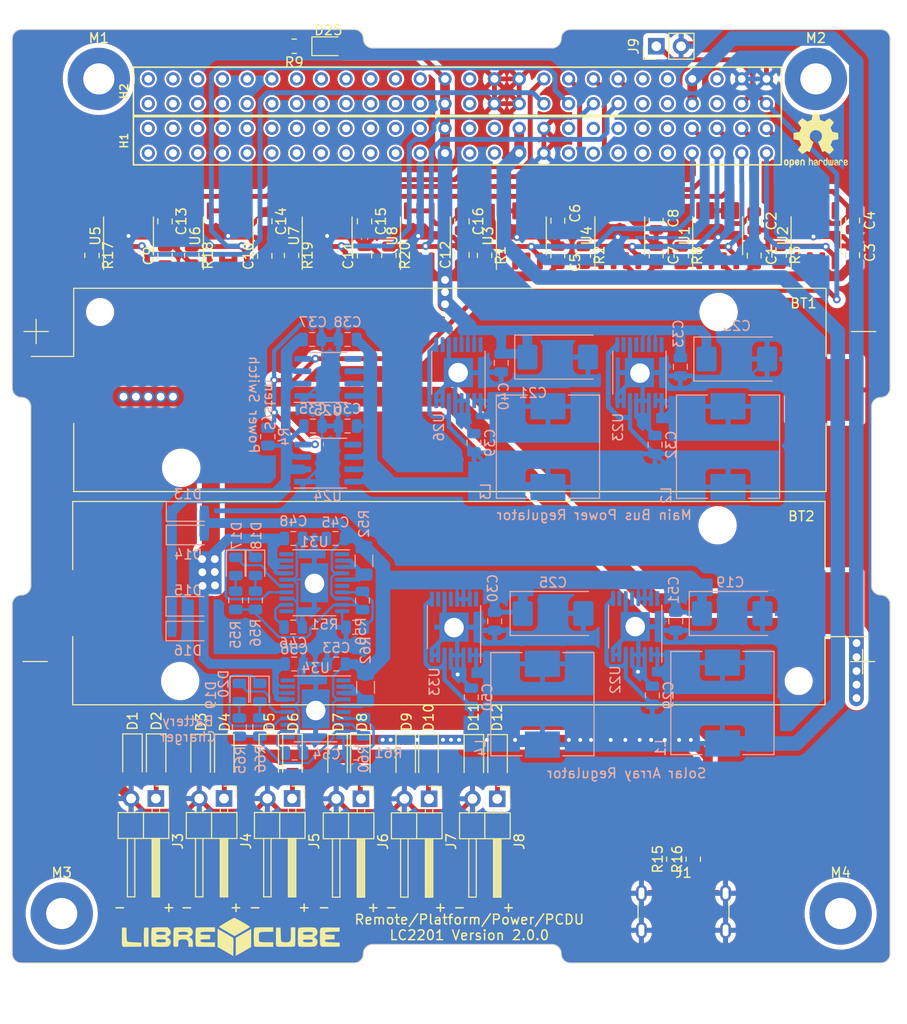
<source format=kicad_pcb>
(kicad_pcb (version 20221018) (generator pcbnew)
  (layers (0 "F.Cu" signal) (31 "B.Cu" signal) (34 "B.Paste" user) (35 "F.Paste" user) (36 "B.SilkS" user "B.Silkscreen") (37 "F.SilkS" user "F.Silkscreen") (38 "B.Mask" user) (39 "F.Mask" user) (44 "Edge.Cuts" user))
  (net 0 "")
  (net 1 "+5V")
  (net 2 "LCL_3")
  (net 3 "LCL_4")
  (net 4 "LCL_1")
  (net 5 "LCL_2")
  (net 6 "LCL_5")
  (net 7 "LCL_6")
  (net 8 "LCL_7")
  (net 9 "LCL_8")
  (net 10 "Net-(D13-A)")
  (net 11 "Net-(U23-EN)")
  (net 12 "Net-(U31-CR)")
  (net 13 "Net-(U34-CR)")
  (net 14 "Net-(D1-A)")
  (net 15 "Net-(D3-A)")
  (net 16 "Net-(D5-A)")
  (net 17 "Net-(D7-A)")
  (net 18 "Net-(D10-A)")
  (net 19 "Net-(D11-A)")
  (net 20 "Net-(D17-K)")
  (net 21 "Net-(D17-A)")
  (net 22 "Net-(D18-K)")
  (net 23 "Net-(D18-A)")
  (net 24 "Net-(D19-K)")
  (net 25 "Net-(D19-A)")
  (net 26 "Net-(D20-K)")
  (net 27 "Net-(D20-A)")
  (net 28 "Net-(D25-K)")
  (net 50 "+BATT")
  (net 52 "ENA_LCL_4")
  (net 53 "ENA_LCL_3")
  (net 71 "Net-(L1-Pad1)")
  (net 72 "Net-(L2-Pad1)")
  (net 73 "Net-(L3-Pad1)")
  (net 74 "Net-(L4-Pad1)")
  (net 96 "ENA_LCL_2")
  (net 97 "ENA_LCL_1")
  (net 99 "/Semi_Regulated_Bus")
  (net 102 "CHARGE")
  (net 104 "ENA_LCL_5")
  (net 105 "ENA_LCL_6")
  (net 106 "ENA_LCL_7")
  (net 107 "ENA_LCL_8")
  (net 114 "KS_OPEN")
  (net 115 "Net-(J1-CC1)")
  (net 116 "Net-(J1-CC2)")
  (net 117 "Net-(U31-APG{slash}THERM)")
  (net 118 "Net-(U31-ISNS)")
  (net 119 "Net-(U34-APG{slash}THERM)")
  (net 120 "Net-(U34-ISNS)")
  (net 127 "GND")
  (footprint "librecube_pcb_template:ESQ-126-39-x-D" (layer "F.Cu") (at 96.52 53.975)
    (fp_text reference "H1")
    (fp_text value "CONN_02X26")
  )
  (footprint "librecube_pcb_template:ESQ-126-39-x-D" (layer "F.Cu") (at 96.52 48.895)
    (fp_text reference "H2")
    (fp_text value "CONN_02X26")
  )
  (footprint "MountingHole:MountingHole_3.2mm_M3_Pad" (layer "F.Cu") (at 91.44 46.355)
    (fp_text reference "M1")
    (fp_text value "MountingHole")
  )
  (footprint "MountingHole:MountingHole_3.2mm_M3_Pad" (layer "F.Cu") (at 165.1 46.355)
    (fp_text reference "M2")
    (fp_text value "MountingHole")
  )
  (footprint "MountingHole:MountingHole_3.2mm_M3_Pad" (layer "F.Cu") (at 87.63 132.08)
    (fp_text reference "M3")
    (fp_text value "MountingHole")
  )
  (footprint "MountingHole:MountingHole_3.2mm_M3_Pad" (layer "F.Cu") (at 167.64 132.08)
    (fp_text reference "M4")
    (fp_text value "MountingHole")
  )
  (footprint "Capacitor_SMD:C_0805_2012Metric" (layer "F.Cu") (at 158.7643 64.497368 90)
    (fp_text reference "C1")
    (fp_text value "0.1uF")
  )
  (footprint "Capacitor_SMD:C_0805_2012Metric" (layer "F.Cu") (at 158.7643 60.941368 -90)
    (fp_text reference "C2")
    (fp_text value "0.1uF")
  )
  (footprint "Capacitor_SMD:C_0805_2012Metric" (layer "F.Cu") (at 168.8713 64.447368 90)
    (fp_text reference "C3")
    (fp_text value "0.1uF")
  )
  (footprint "Package_SO:SO-8_3.9x4.9mm_P1.27mm" (layer "F.Cu") (at 165.111212 62.46 90)
    (fp_text reference "U2")
    (fp_text value "TPS2034")
  )
  (footprint "Package_SO:SO-8_3.9x4.9mm_P1.27mm" (layer "F.Cu") (at 134.841212 62.485 90)
    (fp_text reference "U3")
    (fp_text value "TPS2034")
  )
  (footprint "Package_SO:SO-8_3.9x4.9mm_P1.27mm" (layer "F.Cu") (at 155.011212 62.46 90)
    (fp_text reference "U1")
    (fp_text value "TPS2034")
  )
  (footprint "Capacitor_SMD:C_0805_2012Metric" (layer "F.Cu") (at 168.8713 60.891368 -90)
    (fp_text reference "C4")
    (fp_text value "0.1uF")
  )
  (footprint "Capacitor_SMD:C_0805_2012Metric" (layer "F.Cu") (at 138.591212 64.4675 90)
    (fp_text reference "C5")
    (fp_text value "0.1uF")
  )
  (footprint "Capacitor_SMD:C_0805_2012Metric" (layer "F.Cu") (at 138.591212 60.9115 -90)
    (fp_text reference "C6")
    (fp_text value "0.1uF")
  )
  (footprint "Package_SO:SO-8_3.9x4.9mm_P1.27mm" (layer "F.Cu") (at 144.954142 62.459632 90)
    (fp_text reference "U4")
    (fp_text value "TPS2034")
  )
  (footprint "Capacitor_SMD:C_0805_2012Metric" (layer "F.Cu") (at 148.692142 64.4725 90)
    (fp_text reference "C7")
    (fp_text value "0.1uF")
  )
  (footprint "Capacitor_SMD:C_0805_2012Metric" (layer "F.Cu") (at 148.692142 60.9165 -90)
    (fp_text reference "C8")
    (fp_text value "0.1uF")
  )
  (footprint "Connector_PinHeader_2.54mm:PinHeader_1x02_P2.54mm_Vertical" (layer "F.Cu") (at 148.71 43 90)
    (fp_text reference "J9")
    (fp_text value "Conn_01x02")
  )
  (footprint "Diode_SMD:D_SOD-123" (layer "F.Cu") (at 122.965 115.95 -90)
    (fp_text reference "D9")
    (fp_text value "D_Schottky")
  )
  (footprint "Diode_SMD:D_SOD-123" (layer "F.Cu") (at 118.3 115.95 -90)
    (fp_text reference "D8")
    (fp_text value "D_Schottky")
  )
  (footprint "Diode_SMD:D_SOD-123" (layer "F.Cu") (at 132.4 115.95 -90)
    (fp_text reference "D12")
    (fp_text value "D_Schottky")
  )
  (footprint "Diode_SMD:D_SOD-123" (layer "F.Cu") (at 115.965 115.95 -90)
    (fp_text reference "D7")
    (fp_text value "D_Schottky")
  )
  (footprint "Diode_SMD:D_SOD-123" (layer "F.Cu") (at 125.3 115.95 -90)
    (fp_text reference "D10")
    (fp_text value "D_Schottky")
  )
  (footprint "Connector_PinHeader_2.54mm:PinHeader_1x02_P2.54mm_Horizontal" (layer "F.Cu") (at 125.365 120.2975 -90)
    (fp_text reference "J7")
    (fp_text value "Conn_01x02")
  )
  (footprint "Connector_PinHeader_2.54mm:PinHeader_1x02_P2.54mm_Horizontal" (layer "F.Cu") (at 132.365 120.2975 -90)
    (fp_text reference "J8")
    (fp_text value "Conn_01x02")
  )
  (footprint "Connector_PinHeader_2.54mm:PinHeader_1x02_P2.54mm_Horizontal" (layer "F.Cu") (at 118.365 120.2975 -90)
    (fp_text reference "J6")
    (fp_text value "Conn_01x02")
  )
  (footprint "Battery:BatteryHolder_Keystone_1042_1x18650" (layer "F.Cu") (at 127.4 100.2 180)
    (fp_text reference "BT2")
    (fp_text value "Battery_Cell")
  )
  (footprint "Battery:BatteryHolder_Keystone_1042_1x18650" (layer "F.Cu") (at 127.5 78.3)
    (fp_text reference "BT1")
    (fp_text value "Battery_Cell")
  )
  (footprint "Symbol:OSHW-Logo2_7.3x6mm_SilkScreen" (layer "F.Cu") (at 165.1 52.7)
    (fp_text reference "REF**" hide)
    (fp_text value "OSHW-Logo2_7.3x6mm_SilkScreen" hide)
  )
  (footprint "Diode_SMD:D_SOD-123" (layer "F.Cu") (at 101.896 115.9205 -90)
    (fp_text reference "D3")
    (fp_text value "D_Schottky")
  )
  (footprint "Connector_PinHeader_2.54mm:PinHeader_1x02_P2.54mm_Horizontal" (layer "F.Cu") (at 97.296 120.268 -90)
    (fp_text reference "J3")
    (fp_text value "Conn_01x02")
  )
  (footprint "Diode_SMD:D_SOD-123" (layer "F.Cu") (at 111.331 115.9205 -90)
    (fp_text reference "D6")
    (fp_text value "D_Schottky")
  )
  (footprint "Connector_PinHeader_2.54mm:PinHeader_1x02_P2.54mm_Horizontal" (layer "F.Cu") (at 104.296 120.268 -90)
    (fp_text reference "J4")
    (fp_text value "Conn_01x02")
  )
  (footprint "Diode_SMD:D_SOD-123" (layer "F.Cu") (at 104.331 115.9205 -90)
    (fp_text reference "D4")
    (fp_text value "D_Schottky")
  )
  (footprint "Diode_SMD:D_SOD-123" (layer "F.Cu") (at 108.896 115.9205 -90)
    (fp_text reference "D5")
    (fp_text value "D_Schottky")
  )
  (footprint "Diode_SMD:D_SOD-123" (layer "F.Cu") (at 97.331 115.883 -90)
    (fp_text reference "D2")
    (fp_text value "D_Schottky")
  )
  (footprint "Connector_PinHeader_2.54mm:PinHeader_1x02_P2.54mm_Horizontal" (layer "F.Cu") (at 111.296 120.268 -90)
    (fp_text reference "J5")
    (fp_text value "Conn_01x02")
  )
  (footprint "librecube_pcb_template:LibreCube_logo_22.4mm" (layer "F.Cu") (at 105 134.5)
    (fp_text reference "G***" hide)
    (fp_text value "LOGO" hide)
  )
  (footprint "Diode_SMD:D_SOD-123" (layer "F.Cu") (at 129.965 115.95 -90)
    (fp_text reference "D11")
    (fp_text value "D_Schottky")
  )
  (footprint "Diode_SMD:D_SOD-123" (layer "F.Cu") (at 94.896 115.883 -90)
    (fp_text reference "D1")
    (fp_text value "D_Schottky")
  )
  (footprint "Package_SO:SO-8_3.9x4.9mm_P1.27mm" (layer "F.Cu") (at 124.988 62.484 90)
    (fp_text reference "U8")
    (fp_text value "TPS2034")
  )
  (footprint "Capacitor_SMD:C_0805_2012Metric" (layer "F.Cu") (at 98.238 60.984 -90)
    (fp_text reference "C13")
    (fp_text value "0.1uF")
  )
  (footprint "Capacitor_SMD:C_0805_2012Metric" (layer "F.Cu") (at 108.488 60.984 -90)
    (fp_text reference "C14")
    (fp_text value "0.1uF")
  )
  (footprint "Resistor_SMD:R_0805_2012Metric" (layer "F.Cu") (at 161.3213 64.447368 -90)
    (fp_text reference "R3")
    (fp_text value "1M")
  )
  (footprint "Resistor_SMD:R_0805_2012Metric" (layer "F.Cu") (at 131.0653 64.481368 -90)
    (fp_text reference "R1")
    (fp_text value "1M")
  )
  (footprint "Diode_SMD:D_0805_2012Metric" (layer "F.Cu") (at 115.0125 43)
    (fp_text reference "D25")
    (fp_text value "LED")
  )
  (footprint "Capacitor_SMD:C_0805_2012Metric" (layer "F.Cu") (at 118.738 60.984 -90)
    (fp_text reference "C15")
    (fp_text value "0.1uF")
  )
  (footprint "Capacitor_SMD:C_0805_2012Metric" (layer "F.Cu") (at 98.238 64.534 90)
    (fp_text reference "C9")
    (fp_text value "0.1uF")
  )
  (footprint "Package_SO:SO-8_3.9x4.9mm_P1.27mm" (layer "F.Cu") (at 114.893 62.484 90)
    (fp_text reference "U7")
    (fp_text value "TPS2034")
  )
  (footprint "Resistor_SMD:R_0805_2012Metric" (layer "F.Cu") (at 90.738 64.484 -90)
    (fp_text reference "R17")
    (fp_text value "1M")
  )
  (footprint "Package_SO:SO-8_3.9x4.9mm_P1.27mm" (layer "F.Cu") (at 104.738 62.484 90)
    (fp_text reference "U6")
    (fp_text value "TPS2034")
  )
  (footprint "Resistor_SMD:R_0805_2012Metric" (layer "F.Cu") (at 141.21023 64.46 -90)
    (fp_text reference "R2")
    (fp_text value "1M")
  )
  (footprint "Capacitor_SMD:C_0805_2012Metric" (layer "F.Cu") (at 118.738 64.484 90)
    (fp_text reference "C11")
    (fp_text value "0.1uF")
  )
  (footprint "Resistor_SMD:R_0805_2012Metric" (layer "F.Cu") (at 121.238 64.484 -90)
    (fp_text reference "R20")
    (fp_text value "1M")
  )
  (footprint "Capacitor_SMD:C_0805_2012Metric" (layer "F.Cu") (at 108.488 64.534 90)
    (fp_text reference "C10")
    (fp_text value "0.1uF")
  )
  (footprint "Resistor_SMD:R_0805_2012Metric" (layer "F.Cu") (at 152.5 126.5 90)
    (fp_text reference "R16")
    (fp_text value "5.1k")
  )
  (footprint "Capacitor_SMD:C_0805_2012Metric" (layer "F.Cu") (at 128.738 60.984 -90)
    (fp_text reference "C16")
    (fp_text value "0.1uF")
  )
  (footprint "Resistor_SMD:R_0805_2012Metric" (layer "F.Cu") (at 100.988 64.484 -90)
    (fp_text reference "R18")
    (fp_text value "1M")
  )
  (footprint "Package_SO:SO-8_3.9x4.9mm_P1.27mm" (layer "F.Cu") (at 94.488 62.484 90)
    (fp_text reference "U5")
    (fp_text value "TPS2034")
  )
  (footprint "Resistor_SMD:R_0805_2012Metric" (layer "F.Cu") (at 151.2643 64.497368 -90)
    (fp_text reference "R8")
    (fp_text value "1M")
  )
  (footprint "Capacitor_SMD:C_0805_2012Metric" (layer "F.Cu") (at 128.738 64.434 90)
    (fp_text reference "C12")
    (fp_text value "0.1uF")
  )
  (footprint "Resistor_SMD:R_0805_2012Metric" (layer "F.Cu") (at 111.238 64.484 -90)
    (fp_text reference "R19")
    (fp_text value "1M")
  )
  (footprint "Connector_USB:USB_C_Receptacle_GCT_USB4125-xx-x-0190_6P_TopMnt_Horizontal" (layer "F.Cu") (at 151.5 133)
    (fp_text reference "J1")
    (fp_text value "USB_C_Receptacle_PowerOnly_6P" hide)
  )
  (footprint "Resistor_SMD:R_0805_2012Metric" (layer "F.Cu") (at 150.5 126.5 90)
    (fp_text reference "R15")
    (fp_text value "5.1k")
  )
  (footprint "Resistor_SMD:R_0805_2012Metric" (layer "F.Cu") (at 111.5125 43 180)
    (fp_text reference "R9")
    (fp_text value "1.5k")
  )
  (footprint "Diode_SMD:D_SOD-123" (layer "B.Cu") (at 100.619583 93.202917)
    (fp_text reference "D14")
    (fp_text value "D_Schottky")
  )
  (footprint "Package_SO:HTSSOP-20-1EP_4.4x6.5mm_P0.65mm_EP2.85x4mm" (layer "B.Cu") (at 113.576083 98.108958 180)
    (fp_text reference "U31")
    (fp_text value "bq24002")
  )
  (footprint "Capacitor_SMD:C_0805_2012Metric" (layer "B.Cu") (at 148.575 83.925 90)
    (fp_text reference "C32")
    (fp_text value "10uF")
  )
  (footprint "Capacitor_SMD:C_0805_2012Metric" (layer "B.Cu") (at 151.175 75.925 -90)
    (fp_text reference "C33")
    (fp_text value "2.2uF")
  )
  (footprint "Capacitor_SMD:C_0805_2012Metric" (layer "B.Cu") (at 113.433 82.009)
    (fp_text reference "C35")
    (fp_text value "0.1uF")
  )
  (footprint "Capacitor_SMD:C_0805_2012Metric" (layer "B.Cu") (at 116.989 82.009 180)
    (fp_text reference "C36")
    (fp_text value "0.1uF")
  )
  (footprint "Capacitor_SMD:C_0805_2012Metric" (layer "B.Cu") (at 113.3545 73.119)
    (fp_text reference "C37")
    (fp_text value "0.1uF")
  )
  (footprint "Capacitor_SMD:C_0805_2012Metric" (layer "B.Cu") (at 116.989 73.119 180)
    (fp_text reference "C38")
    (fp_text value "0.1uF")
  )
  (footprint "Capacitor_SMD:C_0805_2012Metric" (layer "B.Cu") (at 111.401083 102.658958)
    (fp_text reference "C46")
    (fp_text value "0.22uF")
  )
  (footprint "Capacitor_SMD:C_0805_2012Metric" (layer "B.Cu") (at 111.426083 93.558958)
    (fp_text reference "C48")
    (fp_text value "10uF")
  )
  (footprint "Diode_SMD:D_SOD-123" (layer "B.Cu") (at 100.623983 90.791037)
    (fp_text reference "D13")
    (fp_text value "D_Schottky")
  )
  (footprint "Diode_SMD:D_SOD-123" (layer "B.Cu") (at 100.594583 100.527917)
    (fp_text reference "D15")
    (fp_text value "D_Schottky")
  )
  (footprint "Diode_SMD:D_SOD-123" (layer "B.Cu") (at 100.594583 103.067917)
    (fp_text reference "D16")
    (fp_text value "D_Schottky")
  )
  (footprint "Diode_SMD:D_0805_2012Metric" (layer "B.Cu") (at 105.501083 96.433958 -90)
    (fp_text reference "D17")
    (fp_text value "LED")
  )
  (footprint "Diode_SMD:D_0805_2012Metric" (layer "B.Cu") (at 107.526083 96.433958 -90)
    (fp_text reference "D18")
    (fp_text value "LED")
  )
  (footprint "Diode_SMD:D_0805_2012Metric" (layer "B.Cu") (at 105.875 109.3875 -90)
    (fp_text reference "D19")
    (fp_text value "LED")
  )
  (footprint "Inductor_SMD:L_10.4x10.4_H4.8" (layer "B.Cu") (at 156.072 84.129 -90)
    (fp_text reference "L2")
    (fp_text value "6.8uH")
  )
  (footprint "Resistor_SMD:R_0805_2012Metric" (layer "B.Cu") (at 118.526083 99.933958 90)
    (fp_text reference "R50")
    (fp_text value "309k")
  )
  (footprint "Resistor_SMD:R_0805_2012Metric" (layer "B.Cu") (at 117.776083 102.683958 180)
    (fp_text reference "R51")
    (fp_text value "110k")
  )
  (footprint "Resistor_SMD:R_1206_3216Metric" (layer "B.Cu") (at 118.676083 95.858958 90)
    (fp_text reference "R52")
    (fp_text value "0.1")
  )
  (footprint "Resistor_SMD:R_0805_2012Metric" (layer "B.Cu") (at 105.501083 99.908958 90)
    (fp_text reference "R55")
    (fp_text value "1.5k")
  )
  (footprint "Resistor_SMD:R_0805_2012Metric" (layer "B.Cu") (at 107.526083 99.908958 90)
    (fp_text reference "R56")
    (fp_text value "1.5k")
  )
  (footprint "Package_SO:HTSSOP-16-1EP_4.4x5mm_P0.65mm_EP3x3mm" (layer "B.Cu") (at 146.975 76.525 90)
    (fp_text reference "U23")
    (fp_text value "TPS61032")
  )
  (footprint "Package_SO:SO-8_3.9x4.9mm_P1.27mm" (layer "B.Cu") (at 114.957 85.819)
    (fp_text reference "U24")
    (fp_text value "TPS2034")
  )
  (footprint "Package_SO:SO-8_3.9x4.9mm_P1.27mm" (layer "B.Cu") (at 114.975 77.015)
    (fp_text reference "U25")
    (fp_text value "TPS2034")
  )
  (footprint "Capacitor_Tantalum_SMD:CP_EIA-7343-31_Kemet-D" (layer "B.Cu") (at 138.575 74.925)
    (fp_text reference "C21")
    (fp_text value "220uF")
  )
  (footprint "Capacitor_Tantalum_SMD:CP_EIA-7343-31_Kemet-D" (layer "B.Cu") (at 156.975 75.125)
    (fp_text reference "C23")
    (fp_text value "220uF")
  )
  (footprint "Capacitor_Tantalum_SMD:CP_EIA-7343-31_Kemet-D" (layer "B.Cu") (at 138.1 101.2625)
    (fp_text reference "C25")
    (fp_text value "220uF")
  )
  (footprint "Capacitor_SMD:C_0805_2012Metric" (layer "B.Cu") (at 129.975 83.725 90)
    (fp_text reference "C39")
    (fp_text value "10uF")
  )
  (footprint "Capacitor_SMD:C_0805_2012Metric" (layer "B.Cu") (at 132.775 75.525 -90)
    (fp_text reference "C40")
    (fp_text value "2.2uF")
  )
  (footprint "Inductor_SMD:L_10.4x10.4_H4.8" (layer "B.Cu") (at 137.575 84.125 -90)
    (fp_text reference "L3")
    (fp_text value "6.8uH")
  )
  (footprint "Package_SO:HTSSOP-16-1EP_4.4x5mm_P0.65mm_EP3x3mm" (layer "B.Cu") (at 128.375 76.525 90)
    (fp_text reference "U26")
    (fp_text value "TPS61032")
  )
  (footprint "Package_SO:HTSSOP-16-1EP_4.4x5mm_P0.65mm_EP3x3mm" (layer "B.Cu") (at 127.925 102.6625 90)
    (fp_text reference "U33")
    (fp_text value "TPS61032")
  )
  (footprint "Capacitor_SMD:C_0805_2012Metric" (layer "B.Cu") (at 132.1 102.0625 -90)
    (fp_text reference "C30")
    (fp_text value "2.2uF")
  )
  (footprint "Capacitor_SMD:C_0805_2012Metric" (layer "B.Cu") (at 150.7 102.0625 -90)
    (fp_text reference "C51")
    (fp_text value "2.2uF")
  )
  (footprint "Inductor_SMD:L_10.4x10.4_H4.8" (layer "B.Cu") (at 137.0048 110.5795 -90)
    (fp_text reference "L4")
    (fp_text value "6.8uH")
  )
  (footprint "Capacitor_SMD:C_0805_2012Metric" (layer "B.Cu") (at 129.7 109.8625 90)
    (fp_text reference "C50")
    (fp_text value "10uF")
  )
  (footprint "Capacitor_SMD:C_0805_2012Metric" (layer "B.Cu") (at 148.3 109.6625 90)
    (fp_text reference "C29")
    (fp_text value "10uF")
  )
  (footprint "Capacitor_Tantalum_SMD:CP_EIA-7343-31_Kemet-D" (layer "B.Cu") (at 156.5 101.2625)
    (fp_text reference "C19")
    (fp_text value "220uF")
  )
  (footprint "Inductor_SMD:L_10.4x10.4_H4.8" (layer "B.Cu") (at 155.5 110.4625 -90)
    (fp_text reference "L1")
    (fp_text value "6.8uH")
  )
  (footprint "Package_SO:HTSSOP-16-1EP_4.4x5mm_P0.65mm_EP3x3mm" (layer "B.Cu") (at 146.539 102.6105 90)
    (fp_text reference "U22")
    (fp_text value "TPS61032")
  )
  (footprint "Capacitor_SMD:C_0805_2012Metric" (layer "B.Cu") (at 115.751083 93.558958 180)
    (fp_text reference "C45")
    (fp_text value "10uF")
  )
  (footprint "Capacitor_SMD:C_0805_2012Metric" (layer "B.Cu") (at 111.519583 106.452917)
    (fp_text reference "C56")
    (fp_text value "10uF")
  )
  (footprint "Capacitor_SMD:C_0805_2012Metric" (layer "B.Cu") (at 115.837583 106.452917 180)
    (fp_text reference "C53")
    (fp_text value "10uF")
  )
  (footprint "Diode_SMD:D_0805_2012Metric" (layer "B.Cu") (at 107.975 109.3875 -90)
    (fp_text reference "D20")
    (fp_text value "LED")
  )
  (footprint "Package_SO:HTSSOP-20-1EP_4.4x6.5mm_P0.65mm_EP2.85x4mm" (layer "B.Cu") (at 113.713583 111.057917 180)
    (fp_text reference "U34")
    (fp_text value "bq24002")
  )
  (footprint "Resistor_SMD:R_0805_2012Metric" (layer "B.Cu") (at 118.641583 112.895917 90)
    (fp_text reference "R60")
    (fp_text value "309k")
  )
  (footprint "Resistor_SMD:R_0805_2012Metric" (layer "B.Cu") (at 117.891583 115.595917 180)
    (fp_text reference "R61")
    (fp_text value "110k")
  )
  (footprint "Resistor_SMD:R_0805_2012Metric" (layer "B.Cu") (at 107.975 112.925 90)
    (fp_text reference "R66")
    (fp_text value "1.5k")
  )
  (footprint "Capacitor_SMD:C_0805_2012Metric" (layer "B.Cu") (at 111.541583 115.595917)
    (fp_text reference "C54")
    (fp_text value "0.22uF")
  )
  (footprint "Resistor_SMD:R_1206_3216Metric" (layer "B.Cu") (at 118.841583 108.845917 90)
    (fp_text reference "R62")
    (fp_text value "0.1")
  )
  (footprint "Resistor_SMD:R_0805_2012Metric" (layer "B.Cu") (at 105.875 112.9375 90)
    (fp_text reference "R65")
    (fp_text value "1.5k")
  )
  (footprint "Resistor_SMD:R_0805_2012Metric" (layer "B.Cu") (at 108.8 83.1 90)
    (fp_text reference "R4")
    (fp_text value "1M")
  )
  (gr_rect (start 100.8 94.975) (end 103.95 99.2) (stroke (width 0.2)) (fill solid) (layer "B.Cu"))
  (gr_arc (start 83.5025 79.0702) (mid 82.828981 78.791219) (end 82.55 78.1177) (stroke (width 0.1)) (layer "Edge.Cuts"))
  (gr_arc (start 82.55 42.2275) (mid 82.828981 41.553981) (end 83.5025 41.275) (stroke (width 0.1)) (layer "Edge.Cuts"))
  (gr_arc (start 171.7675 41.275) (mid 172.441019 41.553981) (end 172.72 42.2275) (stroke (width 0.1)) (layer "Edge.Cuts"))
  (gr_arc (start 172.72 136.2075) (mid 172.441019 136.881019) (end 171.7675 137.16) (stroke (width 0.1)) (layer "Edge.Cuts"))
  (gr_arc (start 172.72 78.1177) (mid 172.441019 78.791219) (end 171.7675 79.0702) (stroke (width 0.1)) (layer "Edge.Cuts"))
  (gr_arc (start 171.7675 99.3648) (mid 172.441019 99.643781) (end 172.72 100.3173) (stroke (width 0.1)) (layer "Edge.Cuts"))
  (gr_arc (start 171.7675 99.3648) (mid 171.093981 99.085819) (end 170.815 98.4123) (stroke (width 0.1)) (layer "Edge.Cuts"))
  (gr_line (start 172.72 100.3173) (end 172.72 136.2075) (stroke (width 0.1)) (layer "Edge.Cuts"))
  (gr_line (start 170.815 80.0227) (end 170.815 98.4123) (stroke (width 0.1)) (layer "Edge.Cuts"))
  (gr_line (start 172.72 42.2275) (end 172.72 78.1177) (stroke (width 0.1)) (layer "Edge.Cuts"))
  (gr_arc (start 170.815 80.0227) (mid 171.093981 79.349181) (end 171.7675 79.0702) (stroke (width 0.1)) (layer "Edge.Cuts"))
  (gr_arc (start 137.9855 135.255) (mid 138.659019 135.533981) (end 138.938 136.2075) (stroke (width 0.1)) (layer "Edge.Cuts"))
  (gr_arc (start 139.8905 137.16) (mid 139.216981 136.881019) (end 138.938 136.2075) (stroke (width 0.1)) (layer "Edge.Cuts"))
  (gr_line (start 119.5705 135.255) (end 137.9855 135.255) (stroke (width 0.1)) (layer "Edge.Cuts"))
  (gr_arc (start 117.6655 41.275) (mid 118.339019 41.553981) (end 118.618 42.2275) (stroke (width 0.1)) (layer "Edge.Cuts"))
  (gr_line (start 83.5025 41.275) (end 117.6655 41.275) (stroke (width 0.1)) (layer "Edge.Cuts"))
  (gr_line (start 139.8905 41.275) (end 171.7675 41.275) (stroke (width 0.1)) (layer "Edge.Cuts"))
  (gr_arc (start 138.938 42.2275) (mid 139.216981 41.553981) (end 139.8905 41.275) (stroke (width 0.1)) (layer "Edge.Cuts"))
  (gr_arc (start 119.5705 43.18) (mid 118.896981 42.901019) (end 118.618 42.2275) (stroke (width 0.1)) (layer "Edge.Cuts"))
  (gr_line (start 119.5705 43.18) (end 137.9855 43.18) (stroke (width 0.1)) (layer "Edge.Cuts"))
  (gr_arc (start 138.938 42.2275) (mid 138.659019 42.901019) (end 137.9855 43.18) (stroke (width 0.1)) (layer "Edge.Cuts"))
  (gr_arc (start 118.618 136.2075) (mid 118.339019 136.881019) (end 117.6655 137.16) (stroke (width 0.1)) (layer "Edge.Cuts"))
  (gr_arc (start 118.618 136.2075) (mid 118.896981 135.533981) (end 119.5705 135.255) (stroke (width 0.1)) (layer "Edge.Cuts"))
  (gr_arc (start 82.55 100.3173) (mid 82.828981 99.643781) (end 83.5025 99.3648) (stroke (width 0.1)) (layer "Edge.Cuts"))
  (gr_arc (start 84.455 98.4123) (mid 84.176019 99.085819) (end 83.5025 99.3648) (stroke (width 0.1)) (layer "Edge.Cuts"))
  (gr_arc (start 83.5025 79.0702) (mid 84.176019 79.349181) (end 84.455 80.0227) (stroke (width 0.1)) (layer "Edge.Cuts"))
  (gr_line (start 84.455 80.0227) (end 84.455 98.4123) (stroke (width 0.1)) (layer "Edge.Cuts"))
  (gr_line (start 139.8905 137.16) (end 171.7675 137.16) (stroke (width 0.1)) (layer "Edge.Cuts"))
  (gr_line (start 83.5025 137.16) (end 117.6655 137.16) (stroke (width 0.1)) (layer "Edge.Cuts"))
  (gr_line (start 82.55 42.2275) (end 82.55 78.1177) (stroke (width 0.1)) (layer "Edge.Cuts"))
  (gr_line (start 82.55 100.3173) (end 82.55 136.2075) (stroke (width 0.1)) (layer "Edge.Cuts"))
  (gr_arc (start 83.5025 137.16) (mid 82.828981 136.881019) (end 82.55 136.2075) (stroke (width 0.1)) (layer "Edge.Cuts"))
  (gr_text "Battery\nCharger" (at 100.6 113.125) (layer "B.SilkS") (effects (font (size 1 1)) (justify mirror)))
  (gr_text "Solar Array Regulator" (at 145.65 117.675) (layer "B.SilkS") (effects (font (size 1 1)) (justify mirror)))
  (gr_text "System\nPower Switch" (at 108.175 79.815 270) (layer "B.SilkS") (effects (font (size 1 1)) (justify mirror)))
  (gr_text "Main Bus Power Regulator" (at 142.325 91.15) (layer "B.SilkS") (effects (font (size 1 1)) (justify mirror)))
  (gr_text "-     +" (at 103.006 131.418) (layer "F.SilkS") (effects (font (size 1 1))))
  (gr_text "-     +" (at 96.106 131.418) (layer "F.SilkS") (effects (font (size 1 1))))
  (gr_text "-     +" (at 110.006 131.418) (layer "F.SilkS") (effects (font (size 1 1))))
  (gr_text "-     +" (at 117.106 131.418) (layer "F.SilkS") (effects (font (size 1 1))))
  (gr_text "-     +" (at 124.006 131.418) (layer "F.SilkS") (effects (font (size 1 1))))
  (gr_text "Remote/Platform/Power/PCDU\nLC2201 Version 2.0.0" (at 129.5 133.5) (layer "F.SilkS") (effects (font (size 1 1))))
  (gr_text "-     +" (at 131.006 131.418) (layer "F.SilkS") (effects (font (size 1 1))))
  (segment (start 116.675 43.725) (end 117.6625 43.725) (width 0.5) (layer "F.Cu") (net 1))
  (segment (start 167.622168 66.634) (end 168.8713 65.384868) (width 1) (layer "F.Cu") (net 1))
  (segment (start 115.95 43) (end 116.675 43.725) (width 0.5) (layer "F.Cu") (net 1))
  (segment (start 148.692142 65.41) (end 148.692142 65.4695) (width 0.5) (layer "F.Cu") (net 1))
  (segment (start 167.896168 66.36) (end 166.617684 66.36) (width 0.5) (layer "F.Cu") (net 1))
  (segment (start 146.459862 66.359632) (end 147.74251 66.359632) (width 0.5) (layer "F.Cu") (net 1))
  (segment (start 127 46.355) (end 127 53.975) (width 1) (layer "F.Cu") (net 1))
  (segment (start 168.8713 65.384868) (end 167.896168 66.36) (width 0.5) (layer "F.Cu") (net 1))
  (segment (start 105.373 65.934) (end 105.923 66.484) (width 0.5) (layer "F.Cu") (net 1))
  (segment (start 97.238 66.484) (end 98.238 65.484) (width 0.5) (layer "F.Cu") (net 1))
  (segment (start 147.74251 66.359632) (end 148.692142 65.41) (width 0.5) (layer "F.Cu") (net 1))
  (segment (start 105.923 66.484) (end 107.488 66.484) (width 0.5) (layer "F.Cu") (net 1))
  (segment (start 125.623 65.059) (end 125.623 65.934) (width 0.5) (layer "F.Cu") (net 1))
  (segment (start 114.258 65.059) (end 115.528 65.059) (width 0.5) (layer "F.Cu") (net 1))
  (segment (start 104.103 65.059) (end 105.373 65.059) (width 0.5) (layer "F.Cu") (net 1))
  (segment (start 95.673 66.484) (end 95.823 66.634) (width 1) (layer "F.Cu") (net 1))
  (segment (start 125.623 65.934) (end 126.073 66.384) (width 0.5) (layer "F.Cu") (net 1))
  (segment (start 135.476212 65.06) (end 135.476212 65.513528) (width 0.5) (layer "F.Cu") (net 1))
  (segment (start 95.673 66.484) (end 97.238 66.484) (width 0.5) (layer "F.Cu") (net 1))
  (segment (start 145.589142 65.034632) (end 145.589142 65.488912) (width 0.5) (layer "F.Cu") (net 1))
  (segment (start 127 66.634) (end 167.622168 66.634) (width 1) (layer "F.Cu") (net 1))
  (segment (start 135.476212 65.06) (end 134.206212 65.06) (width 0.5) (layer "F.Cu") (net 1))
  (segment (start 157.839168 66.36) (end 158.7643 65.434868) (width 0.5) (layer "F.Cu") (net 1))
  (segment (start 166.617684 66.36) (end 165.746212 65.488528) (width 0.5) (layer "F.Cu") (net 1))
  (segment (start 127 69.5) (end 127 67) (width 1.4986) (layer "F.Cu") (net 1))
  (segment (start 117.624 66.548) (end 118.738 65.434) (width 0.5) (layer "F.Cu") (net 1))
  (segment (start 126.073 66.384) (end 127.738 66.384) (width 0.5) (layer "F.Cu") (net 1))
  (segment (start 145.589142 65.488912) (end 146.459862 66.359632) (width 0.5) (layer "F.Cu") (net 1))
  (segment (start 105.373 65.059) (end 105.373 65.934) (width 0.5) (layer "F.Cu") (net 1))
  (segment (start 155.646212 65.488528) (end 156.517684 66.36) (width 0.5) (layer "F.Cu") (net 1))
  (segment (start 135.476212 65.513528) (end 136.347684 66.385) (width 0.5) (layer "F.Cu") (net 1))
  (segment (start 116.142 66.548) (end 117.624 66.548) (width 0.5) (layer "F.Cu") (net 1))
  (segment (start 124.37 43.725) (end 127 46.355) (width 0.5) (layer "F.Cu") (net 1))
  (segment (start 136.347684 66.385) (end 137.611212 66.385) (width 0.5) (layer "F.Cu") (net 1))
  (segment (start 115.528 65.059) (end 115.528 65.934) (width 0.5) (layer "F.Cu") (net 1))
  (segment (start 154.376212 65.035) (end 155.646212 65.035) (width 0.5) (layer "F.Cu") (net 1))
  (segment (start 145.589142 65.034632) (end 144.319142 65.034632) (width 0.5) (layer "F.Cu") (net 1))
  (segment (start 137.611212 66.385) (end 138.591212 65.405) (width 0.5) (layer "F.Cu") (net 1))
  (segment (start 165.746212 65.035) (end 164.476212 65.035) (width 0.5) (layer "F.Cu") (net 1))
  (segment (start 117.6625 43.725) (end 124.37 43.725) (width 0.5) (layer "F.Cu") (net 1))
  (segment (start 156.517684 66.36) (end 157.839168 66.36) (width 0.5) (layer "F.Cu") (net 1))
  (segment (start 115.528 65.934) (end 116.142 66.548) (width 0.5) (layer "F.Cu") (net 1))
  (segment (start 107.488 66.484) (end 108.488 65.484) (width 0.5) (layer "F.Cu") (net 1))
  (segment (start 155.646212 65.035) (end 155.646212 65.488528) (width 0.5) (layer "F.Cu") (net 1))
  (segment (start 95.123 65.059) (end 95.123 65.934) (width 0.5) (layer "F.Cu") (net 1))
  (segment (start 95.823 66.634) (end 127 66.634) (width 1) (layer "F.Cu") (net 1))
  (segment (start 93.853 65.059) (end 95.123 65.059) (width 0.5) (layer "F.Cu") (net 1))
  (segment (start 124.353 65.059) (end 125.623 65.059) (width 0.5) (layer "F.Cu") (net 1))
  (segment (start 127.738 66.384) (end 128.738 65.384) (width 0.5) (layer "F.Cu") (net 1))
  (segment (start 165.746212 65.488528) (end 165.746212 65.035) (width 0.5) (layer "F.Cu") (net 1))
  (segment (start 95.123 65.934) (end 95.673 66.484) (width 0.5) (layer "F.Cu") (net 1))
  (via (at 127 67) (size 1.2) (drill 0.8) (layers "F.Cu" "B.Cu") (net 1))
  (via (at 127 69.5) (size 1.2) (drill 0.8) (layers "F.Cu" "B.Cu") (net 1))
  (via (at 127 68.25) (size 1.2) (drill 0.8) (layers "F.Cu" "B.Cu") (net 1))
  (segment (start 148.64699 72.17499) (end 153.21899 72.17499) (width 1) (layer "B.Cu") (net 1))
  (segment (start 129.35 73.65) (end 129.35 71.95) (width 0.25) (layer "B.Cu") (net 1))
  (segment (start 147.65901 72.17499) (end 148.64699 72.17499) (width 1) (layer "B.Cu") (net 1))
  (segment (start 148.6 73.65) (end 148.6 72.15) (width 0.25) (layer "B.Cu") (net 1))
  (segment (start 132.775 72.835) (end 132.115 72.175) (width 1) (layer "B.Cu") (net 1))
  (segment (start 127 69.25) (end 129.5 71.75) (width 1.5) (layer "B.Cu") (net 1))
  (segment (start 151.175 72.925) (end 151.175 72.525) (width 0.25) (layer "B.Cu") (net 1))
  (segment (start 147.95 72.8) (end 147.95 73.65) (width 0.25) (layer "B.Cu") (net 1))
  (segment (start 134.93099 72.17499) (end 147.65901 72.17499) (width 1) (layer "B.Cu") (net 1))
  (segment (start 135.4625 74.925) (end 135.4625 72.7065) (width 1) (layer "B.Cu") (net 1))
  (segment (start 148.6 72.15) (end 147.95 72.8) (width 0.25) (layer "B.Cu") (net 1))
  (segment (start 126.364352 63.5215) (end 126.364352 58.5215) (width 0.25) (layer "B.Cu") (net 1))
  (segment (start 127 53.975) (end 127 69.25) (width 1.5) (layer "B.Cu") (net 1))
  (segment (start 132.115 72.175) (end 128.825 72.175) (width 1) (layer "B.Cu") (net 1))
  (segment (start 128.7 73.65) (end 128.7 72.2) (width 0.25) (layer "B.Cu") (net 1))
  (segment (start 147.3 73.65) (end 147.3 72.875) (width 0.25) (layer "B.Cu") (net 1))
  (segment (start 135.4625 72.7065) (end 134.93099 72.17499) (width 1) (layer "B.Cu") (net 1))
  (segment (start 134.93098 72.175) (end 134.93099 72.17499) (width 1) (layer "B.Cu") (net 1))
  (segment (start 132.775 74.5875) (end 132.775 72.835) (width 1) (layer "B.Cu") (net 1))
  (segment (start 151.175 74.9875) (end 151.175 72.525) (width 1) (layer "B.Cu") (net 1))
  (segment (start 147.3 72.875) (end 148.05 72.125) (width 0.25) (layer "B.Cu") (net 1))
  (segment (start 153.8625 72.8185) (end 153.8625 75.125) (width 1) (layer "B.Cu") (net 1))
  (segment (start 151.175 74.9875) (end 151.175 72.925) (width 0.5) (layer "B.Cu") (net 1))
  (segment (start 128.825 72.175) (end 128.8 72.2) (width 1) (layer "B.Cu") (net 1))
  (segment (start 130 73.65) (end 130 71.95) (width 0.25) (layer "B.Cu") (net 1))
  (segment (start 135.125 74.5875) (end 135.4625 74.925) (width 1) (layer "B.Cu") (net 1))
  (segment (start 153.21899 72.17499) (end 153.8625 72.8185) (width 1) (layer "B.Cu") (net 1))
  (segment (start 132.775 74.5875) (end 135.125 74.5875) (width 1) (layer "B.Cu") (net 1))
  (segment (start 132.115 72.175) (end 134.93098 72.175) (width 1) (layer "B.Cu") (net 1))
  (segment (start 156.517684 61.21) (end 157.558168 61.21) (width 0.5) (layer "F.Cu") (net 2))
  (segment (start 158.7643 52.7193) (end 157.48 51.435) (width 0.5) (layer "F.Cu") (net 2))
  (segment (start 155.646212 59.885) (end 155.646212 60.338528) (width 0.5) (layer "F.Cu") (net 2))
  (segment (start 153.106212 59.885) (end 155.646212 59.885) (width 0.5) (layer "F.Cu") (net 2))
  (segment (start 158.7643 60.003868) (end 158.7643 52.7193) (width 0.5) (layer "F.Cu") (net 2))
  (segment (start 155.646212 60.338528) (end 156.517684 61.21) (width 0.5) (layer "F.Cu") (net 2))
  (segment (start 157.558168 61.21) (end 158.7643 60.003868) (width 0.5) (layer "F.Cu") (net 2))
  (segment (start 165.746212 59.885) (end 165.746212 60.338528) (width 0.5) (layer "F.Cu") (net 3))
  (segment (start 162.357164 57.912) (end 161.544 57.098836) (width 0.5) (layer "F.Cu") (net 3))
  (segment (start 165.746212 60.338528) (end 166.617684 61.21) (width 0.5) (layer "F.Cu") (net 3))
  (segment (start 161.544 57.098836) (end 161.544 52.959) (width 0.5) (layer "F.Cu") (net 3))
  (segment (start 163.206212 59.885) (end 165.746212 59.885) (width 0.5) (layer "F.Cu") (net 3))
  (segment (start 167.615168 61.21) (end 168.8713 59.953868) (width 0.5) (layer "F.Cu") (net 3))
  (segment (start 161.544 52.959) (end 160.02 51.435) (width 0.5) (layer "F.Cu") (net 3))
  (segment (start 168.8713 59.953868) (end 166.829432 57.912) (width 0.5) (layer "F.Cu") (net 3))
  (segment (start 166.617684 61.21) (end 167.615168 61.21) (width 0.5) (layer "F.Cu") (net 3))
  (segment (start 166.829432 57.912) (end 162.357164 57.912) (width 0.5) (layer "F.Cu") (net 3))
  (segment (start 147.828 58.42) (end 148.528 57.72) (width 0.5) (layer "F.Cu") (net 4))
  (segment (start 132.936212 59.91) (end 135.476212 59.91) (width 0.5) (layer "F.Cu") (net 4))
  (segment (start 138.591212 60.151028) (end 138.591212 59.974) (width 0.5) (layer "F.Cu") (net 4))
  (segment (start 153.5325 52.5675) (end 152.4 51.435) (width 0.5) (layer "F.Cu") (net 4))
  (segment (start 148.528 57.72) (end 152.4 57.72) (width 0.5) (layer "F.Cu") (net 4))
  (segment (start 140.145212 58.42) (end 147.828 58.42) (width 0.5) (layer "F.Cu") (net 4))
  (segment (start 137.330212 61.235) (end 138.591212 59.974) (width 0.5) (layer "F.Cu") (net 4))
  (segment (start 135.476212 60.363528) (end 136.347684 61.235) (width 0.5) (layer "F.Cu") (net 4))
  (segment (start 152.4 57.72) (end 153.5325 56.5875) (width 0.5) (layer "F.Cu") (net 4))
  (segment (start 153.5325 56.5875) (end 153.5325 52.5675) (width 0.5) (layer "F.Cu") (net 4))
  (segment (start 136.347684 61.235) (end 137.330212 61.235) (width 0.5) (layer "F.Cu") (net 4))
  (segment (start 138.591212 59.974) (end 140.145212 58.42) (width 0.5) (layer "F.Cu") (net 4))
  (segment (start 135.476212 59.91) (end 135.476212 60.363528) (width 0.5) (layer "F.Cu") (net 4))
  (segment (start 150.251142 58.42) (end 155.448 58.42) (width 0.5) (layer "F.Cu") (net 5))
  (segment (start 145.589142 60.33816) (end 145.589142 59.884632) (width 0.5) (layer "F.Cu") (net 5))
  (segment (start 147.46151 61.209632) (end 146.460614 61.209632) (width 0.5) (layer "F.Cu") (net 5))
  (segment (start 143.049142 59.884632) (end 145.589142 59.884632) (width 0.5) (layer "F.Cu") (net 5))
  (segment (start 155.448 58.42) (end 156.0725 57.7955) (width 0.5) (layer "F.Cu") (net 5))
  (segment (start 156.0725 52.5675) (end 154.94 51.435) (width 0.5) (layer "F.Cu") (net 5))
  (segment (start 148.692142 59.979) (end 147.46151 61.209632) (width 0.5) (layer "F.Cu") (net 5))
  (segment (start 148.692142 59.979) (end 150.251142 58.42) (width 0.5) (layer "F.Cu") (net 5))
  (segment (start 156.0725 57.7955) (end 156.0725 52.5675) (width 0.5) (layer "F.Cu") (net 5))
  (segment (start 146.460614 61.209632) (end 145.589142 60.33816) (width 0.5) (layer "F.Cu") (net 5))
  (segment (start 129.348 55.372) (end 135.128 55.372) (width 0.5) (layer "F.Cu") (net 6))
  (segment (start 98.238 60.034) (end 99.852 58.42) (width 0.5) (layer "F.Cu") (net 6))
  (segment (start 108.712 58.42) (end 109.728 57.404) (width 0.5) (layer "F.Cu") (net 6))
  (segment (start 135.7525 47.7625) (end 137.16 46.355) (width 0.5) (layer "F.Cu") (net 6))
  (segment (start 109.728 57.404) (end 118.364 57.404) (width 0.5) (layer "F.Cu") (net 6))
  (segment (start 135.128 55.372) (end 135.7525 54.7475) (width 0.5) (layer "F.Cu") (net 6))
  (segment (start 95.994472 61.234) (end 95.123 60.362528) (width 0.5) (layer "F.Cu") (net 6))
  (segment (start 135.7525 54.7475) (end 135.7525 47.7625) (width 0.5) (layer "F.Cu") (net 6))
  (segment (start 95.123 59.909) (end 92.583 59.909) (width 0.5) (layer "F.Cu") (net 6))
  (segment (start 95.123 60.362528) (end 95.123 59.909) (width 0.5) (layer "F.Cu") (net 6))
  (segment (start 99.852 58.42) (end 108.712 58.42) (width 0.5) (layer "F.Cu") (net 6))
  (segment (start 128.016 56.704) (end 129.348 55.372) (width 0.5) (layer "F.Cu") (net 6))
  (segment (start 118.364 57.404) (end 119.064 56.704) (width 0.5) (layer "F.Cu") (net 6))
  (segment (start 119.064 56.704) (end 128.016 56.704) (width 0.5) (layer "F.Cu") (net 6))
  (segment (start 98.238 60.034) (end 97.038 61.234) (width 0.5) (layer "F.Cu") (net 6))
  (segment (start 97.038 61.234) (end 95.994472 61.234) (width 0.5) (layer "F.Cu") (net 6))
  (segment (start 137.668 55.372) (end 139.902836 55.372) (width 0.5) (layer "F.Cu") (net 7))
  (segment (start 107.288 61.234) (end 105.823 61.234) (width 0.5) (layer "F.Cu") (net 7))
  (segment (start 105.373 60.784) (end 105.373 59.909) (width 0.5) (layer "F.Cu") (net 7))
  (segment (start 105.373 59.909) (end 102.833 59.909) (width 0.5) (layer "F.Cu") (net 7))
  (segment (start 128.524 57.404) (end 129.54 56.388) (width 0.5) (layer "F.Cu") (net 7))
  (segment (start 140.8325 54.442336) (end 140.8325 47.4875) (width 0.5) (layer "F.Cu") (net 7))
  (segment (start 136.652 56.388) (end 137.668 55.372) (width 0.5) (layer "F.Cu") (net 7))
  (segment (start 110.102 58.42) (end 118.872 58.42) (width 0.5) (layer "F.Cu") (net 7))
  (segment (start 108.488 60.034) (end 110.102 58.42) (width 0.5) (layer "F.Cu") (net 7))
  (segment (start 105.823 61.234) (end 105.373 60.784) (width 0.5) (layer "F.Cu") (net 7))
  (segment (start 108.488 60.034) (end 107.288 61.234) (width 0.5) (layer "F.Cu") (net 7))
  (segment (start 139.902836 55.372) (end 140.8325 54.442336) (width 0.5) (layer "F.Cu") (net 7))
  (segment (start 140.8325 47.4875) (end 139.7 46.355) (width 0.5) (layer "F.Cu") (net 7))
  (segment (start 119.888 57.404) (end 128.524 57.404) (width 0.5) (layer "F.Cu") (net 7))
  (segment (start 129.54 56.388) (end 136.652 56.388) (width 0.5) (layer "F.Cu") (net 7))
  (segment (start 118.872 58.42) (end 119.888 57.404) (width 0.5) (layer "F.Cu") (net 7))
  (segment (start 142.748 56.388) (end 143.3725 55.7635) (width 0.5) (layer "F.Cu") (net 8))
  (segment (start 117.538 61.234) (end 115.978 61.234) (width 0.5) (layer "F.Cu") (net 8))
  (segment (start 115.528 60.784) (end 115.528 59.909) (width 0.5) (layer "F.Cu") (net 8))
  (segment (start 115.978 61.234) (end 115.528 60.784) (width 0.5) (layer "F.Cu") (net 8))
  (segment (start 118.738 60.034) (end 120.352 58.42) (width 0.5) (layer "F.Cu") (net 8))
  (segment (start 143.3725 55.7635) (end 143.3725 47.4875) (width 0.5) (layer "F.Cu") (net 8))
  (segment (start 118.738 60.034) (end 117.538 61.234) (width 0.5) (layer "F.Cu") (net 8))
  (segment (start 143.3725 47.4875) (end 142.24 46.355) (width 0.5) (layer "F.Cu") (net 8))
  (segment (start 137.668 57.404) (end 138.684 56.388) (width 0.5) (layer "F.Cu") (net 8))
  (segment (start 129.032 58.42) (end 130.048 57.404) (width 0.5) (layer "F.Cu") (net 8))
  (segment (start 130.048 57.404) (end 137.668 57.404) (width 0.5) (layer "F.Cu") (net 8))
  (segment (start 115.528 59.909) (end 112.988 59.909) (width 0.5) (layer "F.Cu") (net 8))
  (segment (start 120.352 58.42) (end 129.032 58.42) (width 0.5) (layer "F.Cu") (net 8))
  (segment (start 138.684 56.388) (end 142.748 56.388) (width 0.5) (layer "F.Cu") (net 8))
  (segment (start 128.738 60.034) (end 127.538 61.234) (width 0.5) (layer "F.Cu") (net 9))
  (segment (start 125.623 59.909) (end 123.083 59.909) (width 0.5) (layer "F.Cu") (net 9))
  (segment (start 128.738 60.034) (end 130.352 58.42) (width 0.5) (layer "F.Cu") (net 9))
  (segment (start 125.623 60.784) (end 125.623 59.909) (width 0.5) (layer "F.Cu") (net 9))
  (segment (start 126.073 61.234) (end 125.623 60.784) (width 0.5) (layer "F.Cu") (net 9))
  (segment (start 127.538 61.234) (end 126.073 61.234) (width 0.5) (layer "F.Cu") (net 9))
  (segment (start 145.9125 56.7795) (end 145.9125 47.4875) (width 0.5) (layer "F.Cu") (net 9))
  (segment (start 145.9125 47.4875) (end 144.78 46.355) (width 0.5) (layer "F.Cu") (net 9))
  (segment (start 145.288 57.404) (end 145.9125 56.7795) (width 0.5) (layer "F.Cu") (net 9))
  (segment (start 138.176 58.42) (end 139.192 57.404) (width 0.5) (layer "F.Cu") (net 9))
  (segment (start 139.192 57.404) (end 145.288 57.404) (width 0.5) (layer "F.Cu") (net 9))
  (segment (start 130.352 58.42) (end 138.176 58.42) (width 0.5) (layer "F.Cu") (net 9))
  (segment (start 116.576083 110.082917) (end 115.887525 110.082917) (width 0.25) (layer "B.Cu") (net 10))
  (segment (start 115.887525 110.082917) (end 115.513573 110.456869) (width 0.25) (layer "B.Cu") (net 10))
  (segment (start 115.513573 110.456869) (end 115.513573 112.357907) (width 0.25) (layer "B.Cu") (net 10))
  (segment (start 115.513573 112.357907) (end 115.838583 112.682917) (width 0.25) (layer "B.Cu") (net 10))
  (segment (start 115.838583 112.682917) (end 116.576083 112.682917) (width 0.25) (layer "B.Cu") (net 10))
  (segment (start 115.326083 99.309999) (end 115.750042 99.733958) (width 0.25) (layer "B.Cu") (net 10))
  (segment (start 120.863266 98.2875) (end 120.625383 98.525383) (width 1) (layer "B.Cu") (net 10))
  (segment (start 115.326083 97.557917) (end 115.326083 99.309999) (width 0.25) (layer "B.Cu") (net 10))
  (segment (start 115.576083 100.383958) (end 113.151083 102.808958) (width 0.25) (layer "B.Cu") (net 10))
  (segment (start 102.273983 93.198517) (end 102.269583 93.202917) (width 1) (layer "B.Cu") (net 10))
  (segment (start 120.625383 105.662117) (end 118.841583 107.445917) (width 1.4986) (layer "B.Cu") (net 10))
  (segment (start 110.124749 116.620917) (end 112.966583 116.620917) (width 0.25) (layer "B.Cu") (net 10))
  (segment (start 116.438583 99.733958) (end 117.388583 99.733958) (width 0.25) (layer "B.Cu") (net 10))
  (segment (start 128.225 99.5875) (end 128.225 98.1375) (width 0.25) (layer "B.Cu") (net 10))
  (segment (start 117.848583 106.452917) (end 118.841583 107.445917) (width 1) (layer "B.Cu") (net 10))
  (segment (start 115.513583 107.714417) (end 116.775083 106.452917) (width 0.25) (layer "B.Cu") (net 10))
  (segment (start 120.625383 96.408258) (end 120.625383 97.949617) (width 1.4986) (layer "B.Cu") (net 10))
  (segment (start 116.576083 113.332917) (end 118.141083 113.332917) (width 0.25) (layer "B.Cu") (net 10))
  (segment (start 116.438583 100.383958) (end 118.038583 100.383958) (width 0.25) (layer "B.Cu") (net 10))
  (segment (start 128.175 98.2875) (end 120.863266 98.2875) (width 1) (layer "B.Cu") (net 10))
  (segment (start 150.7 101.125) (end 150.7 98.4375) (width 1) (layer "B.Cu") (net 10))
  (segment (start 150.7 98.4375) (end 150.52299 98.26049) (width 1) (layer "B.Cu") (net 10))
  (segment (start 115.376083 96.808958) (end 115.376083 94.871458) (width 0.25) (layer "B.Cu") (net 10))
  (segment (start 115.513583 109.708958) (end 115.513583 107.714417) (width 0.25) (layer "B.Cu") (net 10))
  (segment (start 120.625383 97.949617) (end 120.625383 98.525383) (width 1.4986) (layer "B.Cu") (net 10))
  (segment (start 107.526083 101.258958) (end 107.526083 100.846458) (width 0.25) (layer "B.Cu") (net 10))
  (segment (start 118.141083 113.332917) (end 118.641583 113.833417) (width 0.25) (layer "B.Cu") (net 10))
  (segment (start 134.85 101.125) (end 134.9875 101.2625) (width 0.5) (layer "B.Cu") (net 10))
  (segment (start 116.688583 93.558958) (end 117.776083 93.558958) (width 1) (layer "B.Cu") (net 10))
  (segment (start 115.750042 99.733958) (end 116.438583 99.733958) (width 0.25) (layer "B.Cu") (net 10))
  (segment (start 117.491083 112.682917) (end 118.641583 113.833417) (width 0.25) (layer "B.Cu") (net 10))
  (segment (start 107.975 114.471168) (end 107.975 113.8625) (width 0.25) (layer "B.Cu") (net 10))
  (segment (start 116.438583 97.133958) (end 115.701083 97.133958) (width 0.25) (layer "B.Cu") (net 10))
  (segment (start 135.22701 98.26049) (end 150.52299 98.26049) (width 1) (layer "B.Cu") (net 10))
  (segment (start 134.9875 101.2625) (end 134.9875 98.5) (width 1) (layer "B.Cu") (net 10))
  (segment (start 115.513583 114.073917) (end 115.513583 113.673917) (width 0.25) (layer "B.Cu") (net 10))
  (segment (start 128.20201 98.26049) (end 135.22701 98.26049) (width 1) (layer "B.Cu") (net 10))
  (segment (start 102.273983 91.976017) (end 102.273983 93.198517) (width 1) (layer "B.Cu") (net 10))
  (segment (start 116.438583 100.383958) (end 115.576083 100.383958) (width 0.25) (layer "B.Cu") (net 10))
  (segment (start 116.775083 106.452917) (end 117.848583 106.452917) (width 1) (layer "B.Cu") (net 10))
  (segment (start 150.52299 98.26049) (end 152.80599 98.26049) (width 1) (layer "B.Cu") (net 10))
  (segment (start 132.1 101.125) (end 132.1 99.8625) (width 0.5) (layer "B.Cu") (net 10))
  (segment (start 118.676083 94.458958) (end 116.193142 91.976017) (width 1) (layer "B.Cu") (net 10))
  (segment (start 115.887542 110.082917) (end 115.513583 109.708958) (width 0.25) (layer "B.Cu") (net 10))
  (segment (start 120.625383 98.525383) (end 120.625383 105.662117) (width 1.4986) (layer "B.Cu") (net 10))
  (segment (start 128.175 98.2875) (end 128.20201 98.26049) (width 1) (layer "B.Cu") (net 10))
  (segment (start 117.388583 99.733958) (end 118.526083 100.871458) (width 0.25) (layer "B.Cu") (net 10))
  (segment (start 153.3875 98.4375) (end 152.325 97.375) (width 1) (layer "B.Cu") (net 10))
  (segment (start 121.2 97.375) (end 120.625383 97.949617) (width 1) (layer "B.Cu") (net 10))
  (segment (start 147.514 99.7355) (end 147.514 98.2765) (width 0.25) (layer "B.Cu") (net 10))
  (segment (start 116.576083 112.682917) (end 117.491083 112.682917) (width 0.25) (layer "B.Cu") (net 10))
  (segment (start 109.951083 103.683958) (end 107.526083 101.258958) (width 0.25) (layer "B.Cu") (net 10))
  (segment (start 113.151083 102.808958) (end 113.151083 103.350792) (width 0.25) (layer "B.Cu") (net 10))
  (segment (start 153.3875 98.842) (end 152.80599 98.26049) (width 1) (layer "B.Cu") (net 10))
  (segment (start 132.1 101.125) (end 134.85 101.125) (width 0.5) (layer "B.Cu") (net 10))
  (segment (start 107.9625 113.875) (end 107.975 113.8625) (width 0.25) (layer "B.Cu") (net 10))
  (segment (start 128.875 99.5875) (end 128.875 98.0875) (width 0.25) (layer "B.Cu") (net 10))
  (segment (start 116.193142 91.976017) (end 102.273983 91.976017) (width 1) (layer "B.Cu") (net 10))
  (segment (start 105.501083 100.846458) (end 107.526083 100.846458) (width 0.25) (layer "B.Cu") (net 10))
  (segment (start 112.966583 116.620917) (end 115.513583 114.073917) (width 0.25) (layer "B.Cu") (net 10))
  (segment (start 115.376083 94.871458) (end 116.688583 93.558958) (width 0.25) (layer "B.Cu") (net 10))
  (segment (start 132.1 98.375) (end 132.0125 98.2875) (width 1) (layer "B.Cu") (net 10))
  (segment (start 129.525 99.5875) (end 129.525 98.2875) (width 0.25) (layer "B.Cu") (net 10))
  (segment (start 148.164 99.7355) (end 148.164 98.1265) (width 0.25) (layer "B.Cu") (net 10))
  (segment (start 118.676083 94.458958) (end 120.625383 96.408258) (width 1.4986) (layer "B.Cu") (net 10))
  (segment (start 152.325 97.375) (end 121.2 97.375) (width 1) (layer "B.Cu") (net 10))
  (segment (start 113.151083 103.350792) (end 112.817917 103.683958) (width 0.25) (layer "B.Cu") (net 10))
  (segment (start 153.3875 101.2625) (end 153.3875 98.4375) (width 1) (layer "B.Cu") (net 10))
  (segment (start 153.3875 101.2625) (end 153.3875 98.842) (width 1) (layer "B.Cu") (net 10))
  (segment (start 105.875 113.875) (end 107.9625 113.875) (width 0.25) (layer "B.Cu") (net 10))
  (segment (start 146.864 99.7355) (end 146.864 98.4985) (width 0.25) (layer "B.Cu") (net 10))
  (segment (start 118.038583 100.383958) (end 118.526083 100.871458) (width 0.25) (layer "B.Cu") (net 10))
  (segment (start 115.701083 97.133958) (end 115.376083 96.808958) (width 0.25) (layer "B.Cu") (net 10))
  (segment (start 117.776083 93.558958) (end 118.676083 94.458958) (width 1) (layer "B.Cu") (net 10))
  (segment (start 112.817917 103.683958) (end 109.951083 103.683958) (width 0.25) (layer "B.Cu") (net 10))
  (segment (start 132.0125 98.2875) (end 128.175 98.2875) (width 1) (layer "B.Cu") (net 10))
  (segment (start 146.864 98.4985) (end 147.3 98.0625) (width 0.25) (layer "B.Cu") (net 10))
  (segment (start 110.124749 116.620917) (end 107.975 114.471168) (width 0.25) (layer "B.Cu") (net 10))
  (segment (start 134.9875 98.5) (end 135.22701 98.26049) (width 1) (layer "B.Cu") (net 10))
  (segment (start 115.513583 113.673917) (end 115.854583 113.332917) (width 0.25) (layer "B.Cu") (net 10))
  (segment (start 115.750042 97.133958) (end 115.326083 97.557917) (width 0.25) (layer "B.Cu") (net 10))
  (segment (start 116.438583 97.133958) (end 115.750042 97.133958) (width 0.25) (layer "B.Cu") (net 10))
  (segment (start 132.1 101.125) (end 132.1 98.375) (width 1) (layer "B.Cu") (net 10))
  (segment (start 115.854583 113.332917) (end 116.576083 113.332917) (width 0.25) (layer "B.Cu") (net 10))
  (segment (start 116.576083 110.082917) (end 115.887542 110.082917) (width 0.25) (layer "B.Cu") (net 10))
  (segment (start 102.273983 90.791037) (end 102.273983 91.976017) (width 1) (layer "B.Cu") (net 10))
  (segment (start 117.625 76.38) (end 118.726 76.38) (width 0.5) (layer "B.Cu") (net 11))
  (segment (start 146 82.2875) (end 148.575 84.8625) (width 0.4318) (layer "B.Cu") (net 11))
  (segment (start 118.87501 79.10699) (end 118.87501 77.58299) (width 0.5) (layer "B.Cu") (net 11))
  (segment (start 119.529 74.7215) (end 119.529 84.549) (width 1) (layer "B.Cu") (net 11))
  (segment (start 117.607 87.724) (end 118.64 87.724) (width 0.5) (layer "B.Cu") (net 11))
  (segment (start 127.4 82.0875) (end 129.975 84.6625) (width 0.4318) (layer "B.Cu") (net 11))
  (segment (start 118.767 82.009) (end 118.87501 81.90099) (width 0.5) (layer "B.Cu") (net 11))
  (segment (start 118.60202 86.454) (end 118.87501 86.18101) (width 0.5) (layer "B.Cu") (net 11))
  (segment (start 146 79.4) (end 146 80.3) (width 0.4318) (layer "B.Cu") (net 11))
  (segment (start 118.87501 87.48899) (end 119.66102 88.275) (width 1) (layer "B.Cu") (net 11))
  (segment (start 118.726 76.38) (end 118.87501 76.52901) (width 0.5) (layer "B.Cu") (net 11))
  (segment (start 120.969 88.275) (end 137.575 88.275) (width 1) (layer "B.Cu") (net 11))
  (segment (start 125.4 80.725) (end 125.725 81.05) (width 0.4318) (layer "B.Cu") (net 11))
  (segment (start 148.575 84.8625) (end 151.9915 88.279) (width 0.4318) (layer "B.Cu") (net 11))
  (segment (start 119.529 85.654) (end 121.65 87.775) (width 1) (layer "B.Cu") (net 11))
  (segment (start 118.87501 77.58299) (end 118.87501 76.52901) (width 0.5) (layer "B.Cu") (net 11))
  (segment (start 118.68802 78.92) (end 118.87501 79.10699) (width 0.5) (layer "B.Cu") (net 11))
  (segment (start 143.775 80.027834) (end 144.872166 81.125) (width 0.5) (layer "B.Cu") (net 11))
  (segment (start 118.407 85.184) (end 118.87501 84.71599) (width 0.5) (layer "B.Cu") (net 11))
  (segment (start 118.87501 74.06751) (end 117.9265 73.119) (width 0.5) (layer "B.Cu") (net 11))
  (segment (start 118.87501 84.71599) (end 118.87501 81.90099) (width 0.5) (layer "B.Cu") (net 11))
  (segment (start 117.9265 73.119) (end 119.529 74.7215) (width 1) (layer "B.Cu") (net 11))
  (segment (start 119.529 84.549) (end 119.529 86.073) (width 1) (layer "B.Cu") (net 11))
  (segment (start 137.575 88.275) (end 151.9875 88.275) (width 0.4318) (layer "B.Cu") (net 11))
  (segment (start 146 79.4) (end 146 82.2875) (width 0.4318) (layer "B.Cu") (net 11))
  (segment (start 144.872166 81.125) (end 145.175 81.125) (width 0.5) (layer "B.Cu") (net 11))
  (segment (start 144.7 73.65) (end 143.775 74.575) (width 0.5) (layer "B.Cu") (net 11))
  (segment (start 119.529 84.549) (end 119.529 85.104) (width 1) (layer "B.Cu") (net 11))
  (segment (start 145.175 81.125) (end 145.775 81.125) (width 0.5) (layer "B.Cu") (net 11))
  (segment (start 118.87501 87.48899) (end 118.87501 86.18101) (width 0.5) (layer "B.Cu") (net 11))
  (segment (start 133.5875 88.275) (end 137.575 88.275) (width 0.4318) (layer "B.Cu") (net 11))
  (segment (start 119.529 86.835) (end 120.969 88.275) (width 1) (layer "B.Cu") (net 11))
  (segment (start 151.9875 88.275) (end 151.9915 88.279) (width 0.4318) (layer "B.Cu") (net 11))
  (segment (start 127.4 79.4) (end 127.4 81.05) (width 0.4318) (layer "B.Cu") (net 11))
  (segment (start 117.9265 82.009) (end 118.767 82.009) (width 0.5) (layer "B.Cu") (net 11))
  (segment (start 151.9915 88.279) (end 156.072 88.279) (width 0.4318) (layer "B.Cu") (net 11))
  (segment (start 118.808 77.65) (end 118.87501 77.58299) (width 0.5) (layer "B.Cu") (net 11))
  (segment (start 117.607 86.454) (end 118.60202 86.454) (width 0.5) (layer "B.Cu") (net 11))
  (segment (start 125.4 74.35) (end 125.4 80.725) (width 0.4318) (layer "B.Cu") (net 11))
  (segment (start 125.725 81.05) (end 127.4 81.05) (width 0.4318) (layer "B.Cu") (net 11))
  (segment (start 143.775 74.575) (end 143.775 80.027834) (width 0.5) (layer "B.Cu") (net 11))
  (segment (start 127.4 81.05) (end 127.4 82.0875) (width 0.4318) (layer "B.Cu") (net 11))
  (segment (start 118.87501 76.52901) (end 118.87501 74.06751) (width 0.5) (layer "B.Cu") (net 11))
  (segment (start 119.529 85.104) (end 119.529 86.835) (width 1) (layer "B.Cu") (net 11))
  (segment (start 117.625 77.65) (end 118.808 77.65) (width 0.5) (layer "B.Cu") (net 11))
  (segment (start 119.529 86.835) (end 118.87501 87.48899) (width 1) (layer "B.Cu") (net 11))
  (segment (start 126.1 73.65) (end 125.4 74.35) (width 0.4318) (layer "B.Cu") (net 11))
  (segment (start 118.87501 86.18101) (end 118.87501 84.71599) (width 0.5) (layer "B.Cu") (net 11))
  (segment (start 119.66102 88.275) (end 120.969 88.275) (width 1) (layer "B.Cu") (net 11))
  (segment (start 129.975 84.6625) (end 133.5875 88.275) (width 0.4318) (layer "B.Cu") (net 11))
  (segment (start 121.65 87.775) (end 133.725 87.775) (width 1) (layer "B.Cu") (net 11))
  (segment (start 117.625 78.92) (end 118.68802 78.92) (width 0.5) (layer "B.Cu") (net 11))
  (segment (start 118.87501 86.72699) (end 118.87501 79.10699) (width 0.5) (layer "B.Cu") (net 11))
  (segment (start 119.529 85.104) (end 119.529 85.654) (width 1) (layer "B.Cu") (net 11))
  (segment (start 117.607 85.184) (end 118.407 85.184) (width 0.5) (layer "B.Cu") (net 11))
  (segment (start 110.713583 100.383958) (end 110.025042 100.383958) (width 0.25) (layer "B.Cu") (net 12))
  (segment (start 109.569583 101.764958) (end 110.463583 102.658958) (width 0.25) (layer "B.Cu") (net 12))
  (segment (start 110.025042 100.383958) (end 109.569583 100.839417) (width 0.25) (layer "B.Cu") (net 12))
  (segment (start 109.569583 100.839417) (end 109.569583 101.764958) (width 0.25) (layer "B.Cu") (net 12))
  (segment (start 110.162542 113.332917) (end 109.788583 113.706876) (width 0.25) (layer "B.Cu") (net 13))
  (segment (start 110.851083 113.332917) (end 110.162542 113.332917) (width 0.25) (layer "B.Cu") (net 13))
  (segment (start 109.788583 114.780417) (end 110.604083 115.595917) (width 0.25) (layer "B.Cu") (net 13))
  (segment (start 109.788583 113.706876) (end 109.788583 114.780417) (width 0.25) (layer "B.Cu") (net 13))
  (segment (start 97.331 117.533) (end 97.331 120.233) (width 0.5) (layer "F.Cu") (net 14))
  (segment (start 97.331 120.233) (end 97.296 120.268) (width 0.5) (layer "F.Cu") (net 14))
  (segment (start 97.331 117.533) (end 94.896 117.533) (width 0.5) (layer "F.Cu") (net 14))
  (segment (start 104.331 117.5705) (end 101.896 117.5705) (width 0.5) (layer "F.Cu") (net 15))
  (segment (start 104.331 120.233) (end 104.296 120.268) (width 0.5) (layer "F.Cu") (net 15))
  (segment (start 104.331 117.5705) (end 104.331 120.233) (width 0.5) (layer "F.Cu") (net 15))
  (segment (start 111.331 117.5705) (end 108.896 117.5705) (width 0.5) (layer "F.Cu") (net 16))
  (segment (start 111.331 117.5705) (end 111.331 120.233) (width 0.5) (layer "F.Cu") (net 16))
  (segment (start 111.331 120.233) (end 111.296 120.268) (width 0.5) (layer "F.Cu") (net 16))
  (segment (start 118.3 120.2325) (end 118.365 120.2975) (width 0.5) (layer "F.Cu") (net 17))
  (segment (start 118.3 117.6) (end 115.965 117.6) (width 0.5) (layer "F.Cu") (net 17))
  (segment (start 118.3 117.6) (end 118.3 120.2325) (width 0.5) (layer "F.Cu") (net 17))
  (segment (start 125.3 120.2325) (end 125.365 120.2975) (width 0.5) (layer "F.Cu") (net 18))
  (segment (start 125.3 117.6) (end 125.3 120.2325) (width 0.5) (layer "F.Cu") (net 18))
  (segment (start 125.3 117.6) (end 122.965 117.6) (width 0.5) (layer "F.Cu") (net 18))
  (segment (start 132.4 117.6) (end 129.965 117.6) (width 0.5) (layer "F.Cu") (net 19))
  (segment (start 132.4 117.6) (end 132.4 120.2625) (width 0.5) (layer "F.Cu") (net 19))
  (segment (start 132.4 120.2625) (end 132.365 120.2975) (width 0.5) (layer "F.Cu") (net 19))
  (segment (start 106.313583 96.308958) (end 105.501083 95.496458) (width 0.25) (layer "B.Cu") (net 20))
  (segment (start 108.551083 96.733958) (end 108.126083 96.308958) (width 0.25) (layer "B.Cu") (net 20))
  (segment (start 110.001083 98.433958) (end 108.551083 96.983958) (width 0.25) (layer "B.Cu") (net 20))
  (segment (start 108.551083 96.983958) (end 108.551083 96.733958) (width 0.25) (layer "B.Cu") (net 20))
  (segment (start 108.126083 96.308958) (end 106.313583 96.308958) (width 0.25) (layer "B.Cu") (net 20))
  (segment (start 110.713583 98.433958) (end 110.001083 98.433958) (width 0.25) (layer "B.Cu") (net 20))
  (segment (start 105.501083 97.371458) (end 105.501083 98.971458) (width 0.25) (layer "B.Cu") (net 21))
  (segment (start 104.809249 99.783958) (end 104.476083 99.450792) (width 0.25) (layer "B.Cu") (net 22))
  (segment (start 110.713583 99.083958) (end 108.917917 99.083958) (width 0.25) (layer "B.Cu") (net 22))
  (segment (start 106.713583 94.683958) (end 107.526083 95.496458) (width 0.25) (layer "B.Cu") (net 22))
  (segment (start 108.917917 99.083958) (end 108.217917 99.783958) (width 0.25) (layer "B.Cu") (net 22))
  (segment (start 104.809249 94.683958) (end 106.713583 94.683958) (width 0.25) (layer "B.Cu") (net 22))
  (segment (start 108.217917 99.783958) (end 104.809249 99.783958) (width 0.25) (layer "B.Cu") (net 22))
  (segment (start 104.476083 95.017124) (end 104.809249 94.683958) (width 0.25) (layer "B.Cu") (net 22))
  (segment (start 104.476083 99.450792) (end 104.476083 95.017124) (width 0.25) (layer "B.Cu") (net 22))
  (segment (start 107.526083 98.971458) (end 107.526083 97.371458) (width 0.25) (layer "B.Cu") (net 23))
  (segment (start 109 110.804334) (end 109.578583 111.382917) (width 0.25) (layer "B.Cu") (net 24))
  (segment (start 108.441834 109.2875) (end 106.7125 109.2875) (width 0.25) (layer "B.Cu") (net 24))
  (segment (start 109 109.845666) (end 108.441834 109.2875) (width 0.25) (layer "B.Cu") (net 24))
  (segment (start 109.578583 111.382917) (end 110.851083 111.382917) (width 0.25) (layer "B.Cu") (net 24))
  (segment (start 109 110.804334) (end 109 109.845666) (width 0.25) (layer "B.Cu") (net 24))
  (segment (start 106.7125 109.2875) (end 105.875 108.45) (width 0.25) (layer "B.Cu") (net 24))
  (segment (start 105.875 110.325) (end 105.875 112) (width 0.25) (layer "B.Cu") (net 25))
  (segment (start 104.85 107.970666) (end 104.85 112.479334) (width 0.25) (layer "B.Cu") (net 26))
  (segment (start 105.183166 107.6375) (end 104.85 107.970666) (width 0.25) (layer "B.Cu") (net 26))
  (segment (start 107.975 108.45) (end 107.1625 107.6375) (width 0.25) (layer "B.Cu") (net 26))
  (segment (start 105.183166 112.8125) (end 109.382959 112.8125) (width 0.25) (layer "B.Cu") (net 26))
  (segment (start 110.162542 112.032917) (end 110.851083 112.032917) (width 0.25) (layer "B.Cu") (net 26))
  (segment (start 107.1625 107.6375) (end 105.183166 107.6375) (width 0.25) (layer "B.Cu") (net 26))
  (segment (start 109.382959 112.8125) (end 110.162542 112.032917) (width 0.25) (layer "B.Cu") (net 26))
  (segment (start 104.85 112.479334) (end 105.183166 112.8125) (width 0.25) (layer "B.Cu") (net 26))
  (segment (start 107.975 111.9875) (end 107.975 110.325) (width 0.25) (layer "B.Cu") (net 27))
  (segment (start 114.075 43) (end 112.425 43) (width 0.5) (layer "F.Cu") (net 28))
  (segment (start 102.05 95.675) (end 103.35 95.675) (width 1) (layer "F.Cu") (net 50))
  (segment (start 148.466838 100.2) (end 165.9 100.2) (width 2.032) (layer "F.Cu") (net 50))
  (segment (start 127.260838 78.994) (end 148.466838 100.2) (width 2.032) (layer "F.Cu") (net 50))
  (segment (start 169.275 103.575) (end 165.9 100.2) (width 1.4986) (layer "F.Cu") (net 50))
  (segment (start 169.275 109.95) (end 169.275 103.575) (width 1.4986) (layer "F.Cu") (net 50))
  (segment (start 102.525 81.8) (end 99.719 78.994) (width 1) (layer "F.Cu") (net 50))
  (segment (start 102.1 98.425) (end 102.1 94.9) (width 1) (layer "F.Cu") (net 50))
  (segment (start 102.075 97.025) (end 103.325 97.025) (width 1) (layer "F.Cu") (net 50))
  (segment (start 102.1 98.425) (end 103.075 98.425) (width 1) (layer "F.Cu") (net 50))
  (segment (start 102.1 94.9) (end 102.525 94.475) (width 1) (layer "F.Cu") (net 50))
  (segment (start 103.325 97.025) (end 103.35 97) (width 1) (layer "F.Cu") (net 50))
  (segment (start 103.325 98.425) (end 103.375 98.375) (width 1) (layer "F.Cu") (net 50))
  (segment (start 99.06 78.994) (end 101.044 78.994) (width 2.032) (layer "F.Cu") (net 50))
  (segment (start 103.075 98.425) (end 103.325 98.425) (width 1) (layer "F.Cu") (net 50))
  (segment (start 99.719 78.994) (end 99.06 78.994) (width 1) (layer "F.Cu") (net 50))
  (segment (start 152.4 46.355) (end 152.4 48.895) (width 1) (layer "F.Cu") (net 50))
  (segment (start 103.375 81.325) (end 101.044 78.994) (width 1) (layer "F.Cu") (net 50))
  (segment (start 166 101) (end 166.495 101) (width 0.5) (layer "F.Cu") (net 50))
  (segment (start 101.044 78.994) (end 127.260838 78.994) (width 2.032) (layer "F.Cu") (net 50))
  (segment (start 102.525 93.65) (end 102.525 97.875) (width 1) (layer "F.Cu") (net 50))
  (segment (start 102.525 94.475) (end 102.525 93.65) (width 1) (layer "F.Cu") (net 50))
  (segment (start 89.006 78.994) (end 89 79) (width 2.032) (layer "F.Cu") (net 50))
  (segment (start 102.525 93.65) (end 102.525 81.8) (width 1) (layer "F.Cu") (net 50))
  (segment (start 99.06 78.994) (end 89.006 78.994) (width 2.032) (layer "F.Cu") (net 50))
  (segment (start 102.525 97.875) (end 103.075 98.425) (width 1) (layer "F.Cu") (net 50))
  (segment (start 103.375 98.375) (end 103.375 81.325) (width 1) (layer "F.Cu") (net 50))
  (via (at 99.06 78.994) (size 1.2) (drill 0.8) (layers "F.Cu" "B.Cu") (net 50))
  (via (at 93.98 78.994) (size 1.2) (drill 0.8) (layers "F.Cu" "B.Cu") (net 50))
  (via (at 102.1 98.425) (size 1.2) (drill 0.8) (layers "F.Cu" "B.Cu") (net 50))
  (via (at 169.275 105.75) (size 1.2) (drill 0.8) (layers "F.Cu" "B.Cu") (net 50))
  (via (at 97.79 78.994) (size 1.2) (drill 0.8) (layers "F.Cu" "B.Cu") (net 50))
  (via (at 103.35 95.675) (size 1.2) (drill 0.8) (layers "F.Cu" "B.Cu") (net 50))
  (via (at 169.275 108.575) (size 1.2) (drill 0.8) (layers "F.Cu" "B.Cu") (net 50))
  (via (at 169.275 107.175) (size 1.2) (drill 0.8) (layers "F.Cu" "B.Cu") (net 50))
  (via (at 95.25 78.994) (size 1.2) (drill 0.8) (layers "F.Cu" "B.Cu") (net 50))
  (via (at 103.35 97) (size 1.2) (drill 0.8) (layers "F.Cu" "B.Cu") (net 50))
  (via (at 102.05 95.675) (size 1.2) (drill 0.8) (layers "F.Cu" "B.Cu") (net 50))
  (via (at 102.075 97.025) (size 1.2) (drill 0.8) (layers "F.Cu" "B.Cu") (net 50))
  (via (at 169.275 104.3) (size 1.2) (drill 0.8) (layers "F.Cu" "B.Cu") (net 50))
  (via (at 96.52 78.994) (size 1.2) (drill 0.8) (layers "F.Cu" "B.Cu") (net 50))
  (via (at 169.275 109.95) (size 1.2) (drill 0.8) (layers "F.Cu" "B.Cu") (net 50))
  (via (at 103.375 98.375) (size 1.2) (drill 0.8) (layers "F.Cu" "B.Cu") (net 50))
  (segment (start 110.069583 110.082917) (end 109.788573 109.801907) (width 0.25) (layer "B.Cu") (net 50))
  (segment (start 110.851083 110.082917) (end 110.069583 110.082917) (width 0.25) (layer "B.Cu") (net 50))
  (segment (start 109.927583 109.432917) (end 109.788573 109.293907) (width 0.25) (layer "B.Cu") (net 50))
  (segment (start 109.788573 109.293907) (end 109.788573 108.457907) (width 0.25) (layer "B.Cu") (net 50))
  (segment (start 110.851083 109.432917) (end 109.927583 109.432917) (width 0.25) (layer "B.Cu") (net 50))
  (segment (start 110.851083 108.782917) (end 110.113583 108.782917) (width 0.25) (layer "B.Cu") (net 50))
  (segment (start 110.113583 108.782917) (end 109.788573 108.457907) (width 0.25) (layer "B.Cu") (net 50))
  (segment (start 109.788573 108.457907) (end 109.788573 107.246427) (width 0.25) (layer "B.Cu") (net 50))
  (segment (start 109.788573 107.246427) (end 110.582083 106.452917) (width 0.25) (layer "B.Cu") (net 50))
  (segment (start 109.588583 106.921917) (end 109.119583 106.452917) (width 0.65) (layer "B.Cu") (net 50))
  (segment (start 109.701083 95.833958) (end 109.560183 95.693058) (width 0.4318) (layer "B.Cu") (net 50))
  (segment (start 152.4 46.355) (end 156.5493 42.2057) (width 1.4986) (layer "B.Cu") (net 50))
  (segment (start 102.854583 106.452917) (end 102.219583 105.817917) (width 1) (layer "B.Cu") (net 50))
  (segment (start 109.751083 97.133958) (end 110.713583 97.133958) (width 0.4318) (layer "B.Cu") (net 50))
  (segment (start 102.219583 105.817917) (end 102.219583 103.277917) (width 1) (layer "B.Cu") (net 50))
  (segment (start 109.588583 109.321917) (end 109.588583 106.921917) (width 0.65) (layer "B.Cu") (net 50))
  (segment (start 109.663573 109.930907) (end 109.663573 109.676907) (width 0.5) (layer "B.Cu") (net 50))
  (segment (start 109.276083 93.846417) (end 109.563542 93.558958) (width 1) (layer "B.Cu") (net 50))
  (segment (start 110.488583 93.558958) (end 109.560183 94.487358) (width 0.4318) (layer "B.Cu") (net 50))
  (segment (start 169.2493 44.636303) (end 169.2493 110.0507) (width 1.4986) (layer "B.Cu") (net 50))
  (segment (start 109.560183 94.487358) (end 109.560183 95.693058) (width 0.4318) (layer "B.Cu") (net 50))
  (segment (start 109.663573 109.396907) (end 109.663573 107.371427) (width 0.5) (layer "B.Cu") (net 50))
  (segment (start 110.851083 110.082917) (end 109.815583 110.082917) (width 0.5) (layer "B.Cu") (net 50))
  (segment (start 109.788573 109.801907) (end 109.788573 109.453927) (width 0.25) (layer "B.Cu") (net 50))
  (segment (start 109.663573 109.396907) (end 109.588583 109.321917) (width 0.65) (layer "B.Cu") (net 50))
  (segment (start 109.119583 106.452917) (end 102.854583 106.452917) (width 1) (layer "B.Cu") (net 50))
  (segment (start 109.276083 96.058958) (end 109.276083 93.846417) (width 1) (layer "B.Cu") (net 50))
  (segment (start 109.788573 109.453927) (end 109.788573 109.293907) (width 0.25) (layer "B.Cu") (net 50))
  (segment (start 109.560183 96.343058) (end 109.560183 96.943058) (width 0.4318) (layer "B.Cu") (net 50))
  (segment (start 102.219583 96.106898) (end 104.767523 93.558958) (width 1) (layer "B.Cu") (net 50))
  (segment (start 109.701083 96.483958) (end 109.560183 96.343058) (width 0.4318) (layer "B.Cu") (net 50))
  (segment (start 110.713583 95.833958) (end 109.701083 95.833958) (width 0.4318) (layer "B.Cu") (net 50))
  (segment (start 109.563542 93.558958) (end 110.488583 93.558958) (width 1) (layer "B.Cu") (net 50))
  (segment (start 109.663573 107.371427) (end 110.582083 106.452917) (width 0.5) (layer "B.Cu") (net 50))
  (segment (start 109.560183 96.343058) (end 109.276083 96.058958) (width 1) (layer "B.Cu") (net 50))
  (segment (start 110.582083 106.452917) (end 109.119583 106.452917) (width 1) (layer "B.Cu") (net 50))
  (segment (start 110.713583 96.483958) (end 109.701083 96.483958) (width 0.4318) (layer "B.Cu") (net 50))
  (segment (start 156.5493 42.2057) (end 166.818697 42.2057) (width 1.4986) (layer "B.Cu") (net 50))
  (segment (start 102.219583 103.277917) (end 102.219583 96.106898) (width 1) (layer "B.Cu") (net 50))
  (segment (start 109.560183 96.943058) (end 109.751083 97.133958) (width 0.4318) (layer "B.Cu") (net 50))
  (segment (start 166.818697 42.2057) (end 169.2493 44.636303) (width 1.4986) (layer "B.Cu") (net 50))
  (segment (start 109.815583 110.082917) (end 109.663573 109.930907) (width 0.5) (layer "B.Cu") (net 50))
  (segment (start 104.767523 93.558958) (end 109.563542 93.558958) (width 1) (layer "B.Cu") (net 50))
  (segment (start 109.560183 95.693058) (end 109.560183 96.343058) (width 0.4318) (layer "B.Cu") (net 50))
  (segment (start 109.663573 109.676907) (end 109.663573 109.396907) (width 0.5) (layer "B.Cu") (net 50))
  (segment (start 165.969608 63.534868) (end 167.016212 64.581472) (width 0.5) (layer "F.Cu") (net 52))
  (segment (start 167.016212 64.581472) (end 167.016212 65.035) (width 0.5) (layer "F.Cu") (net 52))
  (segment (start 161.3213 63.534868) (end 165.969608 63.534868) (width 0.5) (layer "F.Cu") (net 52))
  (via (at 166.116 63.585) (size 0.8) (drill 0.4) (layers "F.Cu" "B.Cu") (net 52))
  (segment (start 160.02 62.52) (end 160.02 53.975) (width 0.5) (layer "B.Cu") (net 52))
  (segment (start 161.085 63.585) (end 160.02 62.52) (width 0.5) (layer "B.Cu") (net 52))
  (segment (start 166.116 63.585) (end 161.085 63.585) (width 0.5) (layer "B.Cu") (net 52))
  (segment (start 155.919608 63.584868) (end 156.916212 64.581472) (width 0.5) (layer "F.Cu") (net 53))
  (segment (start 156.916212 64.581472) (end 156.916212 65.035) (width 0.5) (layer "F.Cu") (net 53))
  (segment (start 151.2643 63.584868) (end 155.919608 63.584868) (width 0.5) (layer "F.Cu") (net 53))
  (via (at 156.116 63.585) (size 0.8) (drill 0.4) (layers "F.Cu" "B.Cu") (net 53))
  (segment (start 157.5 62.201) (end 157.5 57) (width 0.5) (layer "B.Cu") (net 53))
  (segment (start 156.116 63.585) (end 157.5 62.201) (width 0.5) (layer "B.Cu") (net 53))
  (segment (start 157.48 56.98) (end 157.48 53.975) (width 0.5) (layer "B.Cu") (net 53))
  (segment (start 157.5 57) (end 157.48 56.98) (width 0.5) (layer "B.Cu") (net 53))
  (segment (start 156.072 79.979) (end 149.829 79.979) (width 0.25) (layer "B.Cu") (net 72))
  (segment (start 148.6 79.4) (end 149.25 79.4) (width 0.25) (layer "B.Cu") (net 72))
  (segment (start 149.829 79.979) (end 149.25 79.4) (width 0.25) (layer "B.Cu") (net 72))
  (segment (start 131.225 79.975) (end 130.65 79.4) (width 0.25) (layer "B.Cu") (net 73))
  (segment (start 137.575 79.975) (end 131.225 79.975) (width 0.25) (layer "B.Cu") (net 73))
  (segment (start 130 79.4) (end 130.65 79.4) (width 0.25) (layer "B.Cu") (net 73))
  (segment (start 141.21023 63.5475) (end 145.825538 63.5475) (width 0.5) (layer "F.Cu") (net 96))
  (segment (start 145.825538 63.5475) (end 146.859142 64.581104) (width 0.5) (layer "F.Cu") (net 96))
  (segment (start 146.859142 64.581104) (end 146.859142 65.034632) (width 0.5) (layer "F.Cu") (net 96))
  (via (at 146.25 63.585) (size 0.8) (drill 0.4) (layers "F.Cu" "B.Cu") (net 96))
  (segment (start 154.94 61.529637) (end 154.94 53.975) (width 0.5) (layer "B.Cu") (net 96))
  (segment (start 146.25 63.585) (end 152.884637 63.585) (width 0.5) (layer "B.Cu") (net 96))
  (segment (start 152.884637 63.585) (end 154.94 61.529637) (width 0.5) (layer "B.Cu") (net 96))
  (segment (start 131.0653 63.568868) (end 135.708608 63.568868) (width 0.5) (layer "F.Cu") (net 97))
  (segment (start 135.708608 63.568868) (end 136.746212 64.606472) (width 0.5) (layer "F.Cu") (net 97))
  (segment (start 136.746212 64.606472) (end 136.746212 65.06) (width 0.5) (layer "F.Cu") (net 97))
  (via (at 135.866 63.585) (size 0.8) (drill 0.4) (layers "F.Cu" "B.Cu") (net 97))
  (segment (start 135.866 63.585) (end 142.415 63.585) (width 0.5) (layer "B.Cu") (net 97))
  (segment (start 151.065 61.735) (end 152.4 60.4) (width 0.5) (layer "B.Cu") (net 97))
  (segment (start 152.4 60.4) (end 152.4 53.975) (width 0.5) (layer "B.Cu") (net 97))
  (segment (start 144.265 61.735) (end 151.065 61.735) (width 0.5) (layer "B.Cu") (net 97))
  (segment (start 142.415 63.585) (end 144.265 61.735) (width 0.5) (layer "B.Cu") (net 97))
  (segment (start 111.9295 73.119) (end 110.639 74.4095) (width 1) (layer "B.Cu") (net 99))
  (segment (start 111.07499 75.92999) (end 111.525 76.38) (width 0.5) (layer "B.Cu") (net 99))
  (segment (start 110.639 84.139) (end 110.639 86.327) (width 1) (layer "B.Cu") (net 99))
  (segment (start 111.274 86.454) (end 111.05699 86.23699) (width 0.5) (layer "B.Cu") (net 99))
  (segment (start 111.525 77.65) (end 112.325 77.65) (width 0.5) (layer "B.Cu") (net 99))
  (segment (start 98.973983 93.198517) (end 98.969583 93.202917) (width 1) (layer "B.Cu") (net 99))
  (segment (start 98.944583 100.527917) (end 98.944583 90.820437) (width 1) (layer "B.Cu") (net 99))
  (segment (start 98.973983 90.791037) (end 100.31502 89.45) (width 1) (layer "B.Cu") (net 99))
  (segment (start 111.05699 83.44751) (end 111.05699 84.13101) (width 0.5) (layer "B.Cu") (net 99))
  (segment (start 111.05699 84.73399) (end 111.05699 84.13101) (width 0.5) (layer "B.Cu") (net 99))
  (segment (start 109.7 89.45) (end 110.7 88.45) (width 1) (layer "B.Cu") (net 99))
  (segment (start 110.639 74.4095) (end 110.639 84.139) (width 1) (layer "B.Cu") (net 99))
  (segment (start 108.8 84.0125) (end 110.5125 84.0125) (width 0.4318) (layer "B.Cu") (net 99))
  (segment (start 112.4955 82.009) (end 111.05699 83.44751) (width 0.5) (layer "B.Cu") (net 99))
  (segment (start 110.766 86.454) (end 110.639 86.327) (width 1) (layer "B.Cu") (net 99))
  (segment (start 98.894583 90.870437) (end 98.973983 90.791037) (width 1) (layer "B.Cu") (net 99))
  (segment (start 111.07499 74.46101) (end 111.07499 75.92999) (width 0.5) (layer "B.Cu") (net 99))
  (segment (start 109.275 89.45) (end 109.7 89.45) (width 1) (layer "B.Cu") (net 99))
  (segment (start 112.417 73.119) (end 111.07499 74.46101) (width 0.5) (layer "B.Cu") (net 99))
  (segment (start 112.307 85.184) (end 111.507 85.184) (width 0.5) (layer "B.Cu") (net 99))
  (segment (start 109.475 88.9) (end 110.639 87.736) (width 1) (layer "B.Cu") (net 99))
  (segment (start 110.639 87.736) (end 110.639 86.327) (width 1) (layer "B.Cu") (net 99))
  (segment (start 111.525 76.38) (end 112.325 76.38) (width 0.5) (layer "B.Cu") (net 99))
  (segment (start 100.86502 88.9) (end 109.475 88.9) (width 1) (layer "B.Cu") (net 99))
  (segment (start 111.05699 86.23699) (end 111.05699 84.13101) (width 0.5) (layer "B.Cu") (net 99))
  (segment (start 112.417 73.119) (end 111.9295 73.119) (width 1) (layer "B.Cu") (net 99))
  (segment (start 98.944583 90.820437) (end 98.973983 90.791037) (width 1) (layer "B.Cu") (net 99))
  (segment (start 112.307 86.454) (end 111.274 86.454) (width 0.5) (layer "B.Cu") (net 99))
  (segment (start 111.507 85.184) (end 111.05699 84.73399) (width 0.5) (layer "B.Cu") (net 99))
  (segment (start 110.5125 84.0125) (end 110.639 84.139) (width 0.4318) (layer "B.Cu") (net 99))
  (segment (start 111.07499 75.92999) (end 111.07499 78.10001) (width 0.5) (layer "B.Cu") (net 99))
  (segment (start 100.31502 89.45) (end 109.275 89.45) (width 1) (layer "B.Cu") (net 99))
  (segment (start 112.307 86.454) (end 110.766 86.454) (width 1) (layer "B.Cu") (net 99))
  (segment (start 111.05699 78.11801) (end 111.525 77.65) (width 0.5) (layer "B.Cu") (net 99))
  (segment (start 98.973983 90.791037) (end 100.86502 88.9) (width 1) (layer "B.Cu") (net 99))
  (segment (start 98.944583 100.527917) (end 98.944583 103.067917) (width 1) (layer "B.Cu") (net 99))
  (segment (start 111.07499 78.10001) (end 111.05699 78.11801) (width 0.5) (layer "B.Cu") (net 99))
  (segment (start 154 127.836116) (end 154 116) (width 1) (layer "F.Cu") (net 102))
  (segment (start 153.02 130.52) (end 153.02 129.92) (width 0.5) (layer "F.Cu") (net 102))
  (segment (start 126.792 114.233) (end 124.167 114.233) (width 1) (layer "F.Cu") (net 102))
  (segment (start 149.35 114.475) (end 149.575 114.25) (width 0.5) (layer "F.Cu") (net 102))
  (segment (start 131.292 114.233) (end 152.308 114.233) (width 1) (layer "F.Cu") (net 102))
  (segment (start 111.2935 114.233) (end 111.331 114.2705) (width 0.5) (layer "F.Cu") (net 102))
  (segment (start 121.417 114.233) (end 120.592 114.233) (width 1) (layer "F.Cu") (net 102))
  (segment (start 154 116) (end 152.25 114.25) (width 1) (layer "F.Cu") (net 102))
  (segment (start 152.29 131.25) (end 153.02 130.52) (width 0.5) (layer "F.Cu") (net 102))
  (segment (start 127.617 114.233) (end 126.792 114.233) (width 1) (layer "F.Cu") (net 102))
  (segment (start 149.98 129.92) (end 149.98 130.52) (width 0.5) (layer "F.Cu") (net 102))
  (segment (start 120.592 114.233) (end 94.896 114.233) (width 1) (layer "F.Cu") (net 102))
  (segment (start 128.442 114.233) (end 127.617 114.233) (width 1) (layer "F.Cu") (net 102))
  (segment (start 131.292 114.233) (end 128.442 114.233) (width 1) (layer "F.Cu") (net 102))
  (segment (start 152.308 114.233) (end 152.325 114.25) (width 1) (layer "F.Cu") (net 102))
  (segment (start 132.333 114.233) (end 131.292 114.233) (width 1) (layer "F.Cu") (net 102))
  (segment (start 153.02 129.92) (end 153.02 128.816116) (width 0.5) (layer "F.Cu") (net 102))
  (segment (start 134.62 51.435) (end 134.62 53.975) (width 1) (layer "F.Cu") (net 102))
  (segment (start 124.167 114.233) (end 121.417 114.233) (width 1) (layer "F.Cu") (net 102))
  (segment (start 132.4 114.3) (end 132.333 114.233) (width 0.5) (layer "F.Cu") (net 102))
  (segment (start 149.98 130.52) (end 150.71 131.25) (width 0.5) (layer "F.Cu") (net 102))
  (segment (start 150.71 131.25) (end 152.29 131.25) (width 0.5) (layer "F.Cu") (net 102))
  (segment (start 153.02 128.816116) (end 154 127.836116) (width 0.5) (layer "F.Cu") (net 102))
  (via (at 140.9 114.25) (size 0.8) (drill 0.4) (layers "F.Cu" "B.Cu") (net 102))
  (via (at 147 114.25) (size 0.8) (drill 0.4) (layers "F.Cu" "B.Cu") (net 102))
  (via (at 124.167 114.233) (size 0.8) (drill 0.4) (layers "F.Cu" "B.Cu") (net 102))
  (via (at 131.292 114.233) (size 0.8) (drill 0.4) (layers "F.Cu" "B.Cu") (net 102))
  (via (at 134.2 114.25) (size 0.8) (drill 0.4) (layers "F.Cu" "B.Cu") (net 102))
  (via (at 148.175 114.25) (size 0.8) (drill 0.4) (layers "F.Cu" "B.Cu") (net 102))
  (via (at 151.05 114.25) (size 0.8) (drill 0.4) (layers "F.Cu" "B.Cu") (net 102))
  (via (at 120.592 114.233) (size 0.8) (drill 0.4) (layers "F.Cu" "B.Cu") (net 102))
  (via (at 128.442 114.233) (size 0.8) (drill 0.4) (layers "F.Cu" "B.Cu") (net 102))
  (via (at 127.617 114.233) (size 0.8) (drill 0.4) (layers "F.Cu" "B.Cu") (net 102))
  (via (at 145.525 114.25) (size 0.8) (drill 0.4) (layers "F.Cu" "B.Cu") (net 102))
  (via (at 142 114.25) (size 0.8) (drill 0.4) (layers "F.Cu" "B.Cu") (net 102))
  (via (at 149.575 114.25) (size 0.8) (drill 0.4) (layers "F.Cu" "B.Cu") (net 102))
  (via (at 152.25 114.25) (size 0.8) (drill 0.4) (layers "F.Cu" "B.Cu") (net 102))
  (via (at 126.792 114.233) (size 0.8) (drill 0.4) (layers "F.Cu" "B.Cu") (net 102))
  (via (at 139.725 114.25) (size 0.8) (drill 0.4) (layers "F.Cu" "B.Cu") (net 102))
  (via (at 144.025 114.25) (size 0.8) (drill 0.4) (layers "F.Cu" "B.Cu") (net 102))
  (via (at 121.417 114.233) (size 0.8) (drill 0.4) (layers "F.Cu" "B.Cu") (net 102))
  (segment (start 134.62 53.975) (end 134.62 53.88) (width 1.4986) (layer "B.Cu") (net 102))
  (segment (start 161.75 66.75) (end 136.625784 66.75) (width 1.4986) (layer "B.Cu") (net 102))
  (segment (start 125 100.4375) (end 125.65 99.7875) (width 0.4318) (layer "B.Cu") (net 102))
  (segment (start 155.5 114.6125) (end 163.12392 114.6125) (width 1.4986) (layer "B.Cu") (net 102))
  (segment (start 126.95 108.05) (end 129.7 110.8) (width 0.4318) (layer "B.Cu") (net 102))
  (segment (start 145.564 105.4855) (end 145.564 107.864) (width 0.4318) (layer "B.Cu") (net 102))
  (segment (start 126.95 105.5375) (end 126.95 106.392093) (width 0.4318) (layer "B.Cu") (net 102))
  (segment (start 126.95 106.392093) (end 126.454593 106.8875) (width 0.4318) (layer "B.Cu") (net 102))
  (segment (start 143.8889 106.6764) (end 143.6 106.3875) (width 0.4318) (layer "B.Cu") (net 102))
  (segment (start 145.564 107.864) (end 148.3 110.6) (width 0.4318) (layer "B.Cu") (net 102))
  (segment (start 133.041051 55.553949) (end 134.62 53.975) (width 1.4986) (layer "B.Cu") (net 102))
  (segment (start 125 106.392093) (end 125 100.4375) (width 0.4318) (layer "B.Cu") (net 102))
  (segment (start 145.564 106.340093) (end 145.227693 106.6764) (width 0.4318) (layer "B.Cu") (net 102))
  (segment (start 167.342119 72.342119) (end 161.75 66.75) (width 1.4986) (layer "B.Cu") (net 102))
  (segment (start 163.12392 114.6125) (end 167.342119 110.394301) (width 1.4986) (layer "B.Cu") (net 102))
  (segment (start 145.564 105.4855) (end 145.564 106.340093) (width 0.4318) (layer "B.Cu") (net 102))
  (segment (start 143.6 106.3875) (end 143.6 100.3995) (width 0.4318) (layer "B.Cu") (net 102))
  (segment (start 126.454593 106.8875) (end 125.495407 106.8875) (width 0.4318) (layer "B.Cu") (net 102))
  (segment (start 145.227693 106.6764) (end 143.8889 106.6764) (width 0.4318) (layer "B.Cu") (net 102))
  (segment (start 133.041051 63.165267) (end 133.041051 55.553949) (width 1.4986) (layer "B.Cu") (net 102))
  (segment (start 143.6 100.3995) (end 144.264 99.7355) (width 0.4318) (layer "B.Cu") (net 102))
  (segment (start 120.592 114.233) (end 131.292 114.233) (width 1) (layer "B.Cu") (net 102))
  (segment (start 136.625784 66.75) (end 133.041051 63.165267) (width 1.4986) (layer "B.Cu") (net 102))
  (segment (start 126.95 105.5375) (end 126.95 108.05) (width 0.4318) (layer "B.Cu") (net 102))
  (segment (start 167.342119 110.394301) (end 167.342119 72.342119) (width 1.4986) (layer "B.Cu") (net 102))
  (segment (start 136.5083 114.233) (end 137.0048 114.7295) (width 1) (layer "B.Cu") (net 102))
  (segment (start 131.292 114.233) (end 136.5083 114.233) (width 1) (layer "B.Cu") (net 102))
  (segment (start 125.495407 106.8875) (end 125 106.392093) (width 0.4318) (layer "B.Cu") (net 102))
  (segment (start 96.393 64.184) (end 96.393 65.059) (width 0.5) (layer "F.Cu") (net 104))
  (segment (start 90.738 63.5715) (end 95.7805 63.5715) (width 0.5) (layer "F.Cu") (net 104))
  (segment (start 95.7805 63.5715) (end 96.393 64.184) (width 0.5) (layer "F.Cu") (net 104))
  (via (at 95.864352 63.5215) (size 0.8) (drill 0.4) (layers "F.Cu" "B.Cu") (net 104))
  (segment (start 136.032476 47.767476) (end 108.732524 47.767476) (width 0.5) (layer "B.Cu") (net 104))
  (segment (start 108 62.837934) (end 106.466434 64.3715) (width 0.5) (layer "B.Cu") (net 104))
  (segment (start 108 48.5) (end 108 62.837934) (width 0.5) (layer "B.Cu") (net 104))
  (segment (start 106.466434 64.3715) (end 96.714352 64.3715) (width 0.5) (layer "B.Cu") (net 104))
  (segment (start 108.732524 47.767476) (end 108 48.5) (width 0.5) (layer "B.Cu") (net 104))
  (segment (start 137.16 48.895) (end 136.032476 47.767476) (width 0.5) (layer "B.Cu") (net 104))
  (segment (start 96.714352 64.3715) (end 95.864352 63.5215) (width 0.5) (layer "B.Cu") (net 104))
  (segment (start 106.0305 63.5715) (end 106.643 64.184) (width 0.5) (layer "F.Cu") (net 105))
  (segment (start 106.643 64.184) (end 106.643 65.059) (width 0.5) (layer "F.Cu") (net 105))
  (segment (start 100.988 63.5715) (end 106.0305 63.5715) (width 0.5) (layer "F.Cu") (net 105))
  (via (at 106.114352 63.5215) (size 0.8) (drill 0.4) (layers "F.Cu" "B.Cu") (net 105))
  (segment (start 139.7 48.895) (end 138.2925 47.4875) (width 0.5) (layer "B.Cu") (net 105))
  (segment (start 103.667688 45.227476) (end 103 45.895164) (width 0.5) (layer "B.Cu") (net 105))
  (segment (start 138.2925 47.4875) (end 138.2925 45.887664) (width 0.5) (layer "B.Cu") (net 105))
  (segment (start 138.2925 45.887664) (end 137.632312 45.227476) (width 0.5) (layer "B.Cu") (net 105))
  (segment (start 137.632312 45.227476) (end 103.667688 45.227476) (width 0.5) (layer "B.Cu") (net 105))
  (segment (start 103 61.948082) (end 104.573418 63.5215) (width 0.5) (layer "B.Cu") (net 105))
  (segment (start 104.573418 63.5215) (end 106.114352 63.5215) (width 0.5) (layer "B.Cu") (net 105))
  (segment (start 103 45.895164) (end 103 61.948082) (width 0.5) (layer "B.Cu") (net 105))
  (segment (start 116.798 64.184) (end 116.798 65.059) (width 0.5) (layer "F.Cu") (net 106))
  (segment (start 111.238 63.5715) (end 116.1855 63.5715) (width 0.5) (layer "F.Cu") (net 106))
  (segment (start 116.1855 63.5715) (end 116.798 64.184) (width 0.5) (layer "F.Cu") (net 106))
  (via (at 116.364352 63.5215) (size 0.8) (drill 0.4) (layers "F.Cu" "B.Cu") (net 106))
  (segment (start 116.364352 63.5215) (end 121.4785 63.5215) (width 0.5) (layer "B.Cu") (net 106))
  (segment (start 123.3275 53.1725) (end 123.937476 52.562524) (width 0.5) (layer "B.Cu") (net 106))
  (segment (start 123.937476 52.562524) (end 124.937476 52.562524) (width 0.5) (layer "B.Cu") (net 106))
  (segment (start 126.585164 50.25) (end 140.885 50.25) (width 0.5) (layer "B.Cu") (net 106))
  (segment (start 124.937476 52.562524) (end 125.8675 51.6325) (width 0.5) (layer "B.Cu") (net 106))
  (segment (start 125.8675 51.6325) (end 125.8675 50.967664) (width 0.5) (layer "B.Cu") (net 106))
  (segment (start 140.885 50.25) (end 142.24 48.895) (width 0.5) (layer "B.Cu") (net 106))
  (segment (start 121.4785 63.5215) (end 123.3275 61.6725) (width 0.5) (layer "B.Cu") (net 106))
  (segment (start 123.3275 61.6725) (end 123.3275 53.1725) (width 0.5) (layer "B.Cu") (net 106))
  (segment (start 125.8675 50.967664) (end 126.585164 50.25) (width 0.5) (layer "B.Cu") (net 106))
  (segment (start 121.238 63.5715) (end 126.2805 63.5715) (width 0.5) (layer "F.Cu") (net 107))
  (segment (start 126.2805 63.5715) (end 126.893 64.184) (width 0.5) (layer "F.Cu") (net 107))
  (segment (start 126.893 64.184) (end 126.893 65.059) (width 0.5) (layer "F.Cu") (net 107))
  (via (at 125 63.5215) (size 0.8) (drill 0.4) (layers "F.Cu" "B.Cu") (net 107))
  (segment (start 125 63.5215) (end 125.5925 62.929) (width 0.5) (layer "B.Cu") (net 107))
  (segment (start 126.687476 52.562524) (end 142.937476 52.562524) (width 0.5) (layer "B.Cu") (net 107))
  (segment (start 125.5925 62.929) (end 125.5925 53.6575) (width 0.5) (layer "B.Cu") (net 107))
  (segment (start 125.5925 53.6575) (end 126.687476 52.562524) (width 0.5) (layer "B.Cu") (net 107))
  (segment (start 143.6475 50.0275) (end 144.78 48.895) (width 0.5) (layer "B.Cu") (net 107))
  (segment (start 143.6475 51.8525) (end 143.6475 50.0275) (width 0.5) (layer "B.Cu") (net 107))
  (segment (start 142.937476 52.562524) (end 143.6475 51.8525) (width 0.5) (layer "B.Cu") (net 107))
  (segment (start 160.02 48.895) (end 158.612418 47.487418) (width 0.5) (layer "F.Cu") (net 114))
  (segment (start 111.465 77.3) (end 113.675 75.09) (width 0.4318) (layer "F.Cu") (net 114))
  (segment (start 130.925 68.075) (end 123.91 75.09) (width 0.5) (layer "F.Cu") (net 114))
  (segment (start 113.646 83.89) (end 112.715 83.89) (width 0.4318) (layer "F.Cu") (net 114))
  (segment (start 157.48 48.895) (end 158.612418 47.762582) (width 0.5) (layer "F.Cu") (net 114))
  (segment (start 158.612418 45.887582) (end 158.612418 47.487418) (width 0.5) (layer "F.Cu") (net 114))
  (segment (start 157.112254 44.387418) (end 158.612418 45.887582) (width 0.5) (layer "F.Cu") (net 114))
  (segment (start 150.347418 44.387418) (end 148.71 42.75) (width 0.5) (layer "F.Cu") (net 114))
  (segment (start 123.91 75.09) (end 113.675 75.09) (width 0.5) (layer "F.Cu") (net 114))
  (segment (start 109.45 77.3) (end 111.465 77.3) (width 0.4318) (layer "F.Cu") (net 114))
  (segment (start 112.715 83.89) (end 109.45 80.625) (width 0.4318) (layer "F.Cu") (net 114))
  (segment (start 166.325 68.075) (end 130.925 68.075) (width 0.5) (layer "F.Cu") (net 114))
  (segment (start 167.25 69) (end 166.325 68.075) (width 0.5) (layer "F.Cu") (net 114))
  (segment (start 150.347418 44.387418) (end 157.112254 44.387418) (width 0.5) (layer "F.Cu") (net 114))
  (via (at 167.25 69) (size 0.8) (drill 0.4) (layers "F.Cu" "B.Cu") (net 114))
  (via (at 113.675 75.09) (size 0.8) (drill 0.4) (layers "F.Cu" "B.Cu") (net 114))
  (via (at 113.646 83.89) (size 0.8) (drill 0.4) (layers "F.Cu" "B.Cu") (net 114))
  (via (at 109.45 80.625) (size 0.8) (drill 0.4) (layers "F.Cu" "B.Cu") (net 114))
  (via (at 109.45 77.3) (size 0.8) (drill 0.4) (layers "F.Cu" "B.Cu") (net 114))
  (segment (start 113.655 75.11) (end 112.325 75.11) (width 0.25) (layer "B.Cu") (net 114))
  (segment (start 109.45 74.303222) (end 112.253222 71.5) (width 0.4318) (layer "B.Cu") (net 114))
  (segment (start 113.675 75.09) (end 113.655 75.11) (width 0.25) (layer "B.Cu") (net 114))
  (segment (start 109.45 80.625) (end 109.45 77.3) (width 0.4318) (layer "B.Cu") (net 114))
  (segment (start 167.25 56.125) (end 167.25 69) (width 0.5) (layer "B.Cu") (net 114))
  (segment (start 112.331 83.89) (end 112.307 83.914) (width 0.25) (layer "B.Cu") (net 114))
  (segment (start 160.02 48.895) (end 167.25 56.125) (width 0.5) (layer "B.Cu") (net 114))
  (segment (start 109.45 81.5375) (end 108.8 82.1875) (width 0.4318) (layer "B.Cu") (net 114))
  (segment (start 113.646 83.89) (end 112.331 83.89) (width 0.25) (layer "B.Cu") (net 114))
  (segment (start 109.45 80.625) (end 109.45 81.5375) (width 0.4318) (layer "B.Cu") (net 114))
  (segment (start 109.45 77.3) (end 109.45 74.303222) (width 0.4318) (layer "B.Cu") (net 114))
  (segment (start 151 129.92) (end 151 127.9125) (width 0.5) (layer "F.Cu") (net 115))
  (segment (start 151 127.9125) (end 150.5 127.4125) (width 0.5) (layer "F.Cu") (net 115))
  (segment (start 152 129.92) (end 152 127.9125) (width 0.5) (layer "F.Cu") (net 116))
  (segment (start 152 127.9125) (end 152.5 127.4125) (width 0.5) (layer "F.Cu") (net 116))
  (segment (start 119.551083 100.021458) (end 119.551083 101.846458) (width 0.25) (layer "B.Cu") (net 117))
  (segment (start 116.438583 99.083958) (end 118.438583 99.083958) (width 0.25) (layer "B.Cu") (net 117))
  (segment (start 118.438583 99.083958) (end 118.526083 98.996458) (width 0.25) (layer "B.Cu") (net 117))
  (segment (start 119.551083 101.846458) (end 118.713583 102.683958) (width 0.25) (layer "B.Cu") (net 117))
  (segment (start 118.526083 98.996458) (end 119.551083 100.021458) (width 0.25) (layer "B.Cu") (net 117))
  (segment (start 117.251083 95.833958) (end 118.676083 97.258958) (width 0.4318) (layer "B.Cu") (net 118))
  (segment (start 116.438583 97.783958) (end 118.151083 97.783958) (width 0.4318) (layer "B.Cu") (net 118))
  (segment (start 116.438583 95.833958) (end 117.251083 95.833958) (width 0.4318) (layer "B.Cu") (net 118))
  (segment (start 117.901083 96.483958) (end 118.676083 97.258958) (width 0.4318) (layer "B.Cu") (net 118))
  (segment (start 118.151083 97.783958) (end 118.676083 97.258958) (width 0.4318) (layer "B.Cu") (net 118))
  (segment (start 116.438583 96.483958) (end 117.901083 96.483958) (width 0.4318) (layer "B.Cu") (net 118))
  (segment (start 118.641583 111.958417) (end 119.666583 112.983417) (width 0.25) (layer "B.Cu") (net 119))
  (segment (start 119.666583 114.758417) (end 118.829083 115.595917) (width 0.25) (layer "B.Cu") (net 119))
  (segment (start 118.567083 112.032917) (end 118.641583 111.958417) (width 0.25) (layer "B.Cu") (net 119))
  (segment (start 119.666583 112.983417) (end 119.666583 114.758417) (width 0.25) (layer "B.Cu") (net 119))
  (segment (start 116.576083 112.032917) (end 118.567083 112.032917) (width 0.25) (layer "B.Cu") (net 119))
  (segment (start 118.354583 110.732917) (end 118.841583 110.245917) (width 0.5) (layer "B.Cu") (net 120))
  (segment (start 116.576083 108.782917) (end 117.378583 108.782917) (width 0.5) (layer "B.Cu") (net 120))
  (segment (start 116.576083 109.432917) (end 118.028583 109.432917) (width 0.5) (layer "B.Cu") (net 120))
  (segment (start 118.028583 109.432917) (end 118.841583 110.245917) (width 0.5) (layer "B.Cu") (net 120))
  (segment (start 117.378583 108.782917) (end 118.841583 110.245917) (width 0.5) (layer "B.Cu") (net 120))
  (segment (start 116.576083 110.732917) (end 118.354583 110.732917) (width 0.5) (layer "B.Cu") (net 120))
  (segment (start 98.238 63.584) (end 99.1755 63.584) (width 0.5) (layer "F.Cu") (net 127))
  (segment (start 160.02 46.355) (end 160.02 44.52) (width 0.5) (layer "F.Cu") (net 127))
  (segment (start 160.1713 62.847368) (end 160.4713 62.547368) (width 0.5) (layer "F.Cu") (net 127))
  (segment (start 130.089844 62.606368) (end 129.9153 62.780912) (width 0.5) (layer "F.Cu") (net 127))
  (segment (start 127.863 62.609) (end 119.663 62.609) (width 0.5) (layer "F.Cu") (net 127))
  (segment (start 97.263 62.609) (end 89.99805 62.609) (width 0.5) (layer "F.Cu") (net 127))
  (segment (start 151.2643 65.409868) (end 152.731344 65.409868) (width 0.5) (layer "F.Cu") (net 127))
  (segment (start 118.738 63.534) (end 119.3755 63.534) (width 0.5) (layer "F.Cu") (net 127))
  (segment (start 128.738 63.484) (end 127.863 62.609) (width 0.5) (layer "F.Cu") (net 127))
  (segment (start 128.525 121.5975) (end 124.125 121.5975) (width 0.5) (layer "F.Cu") (net 127))
  (segment (start 158.7643 63.559868) (end 160.111851 63.559868) (width 0.5) (layer "F.Cu") (net 127))
  (segment (start 98.238 63.584) (end 98.238 61.934) (width 0.5) (layer "F.Cu") (net 127))
  (segment (start 89.488 64.1465) (end 90.738 65.3965) (width 0.5) (layer "F.Cu") (net 127))
  (segment (start 99.1755 63.584) (end 100.988 65.3965) (width 0.5) (layer "F.Cu") (net 127))
  (segment (start 149.986983 63.535) (end 150.1143 63.662317) (width 0.5) (layer "F.Cu") (net 127))
  (segment (start 142.711274 65.3725) (end 143.049142 65.034632) (width 0.5) (layer "F.Cu") (net 127))
  (segment (start 100.456 121.568) (end 96.056 121.568) (width 0.5) (layer "F.Cu") (net 127))
  (segment (start 111.238 65.3965) (end 112.6505 65.3965) (width 0.5) (layer "F.Cu") (net 127))
  (segment (start 160.111851 63.559868) (end 160.1713 63.500419) (width 0.5) (layer "F.Cu") (net 127))
  (segment (start 161.3213 65.359868) (end 162.881344 65.359868) (width 0.5) (layer "F.Cu") (net 127))
  (segment (start 109.4255 63.584) (end 111.238 65.3965) (width 0.5) (layer "F.Cu") (net 127))
  (segment (start 89.99805 62.609) (end 89.488 63.11905) (width 0.5) (layer "F.Cu") (net 127))
  (segment (start 164.849351 62.547368) (end 167.9088 62.547368) (width 0.5) (layer "F.Cu") (net 127))
  (segment (start 132.08 48.895) (end 132.08 46.355) (width 0.5) (layer "F.Cu") (net 127))
  (segment (start 89.488 63.11905) (end 89.488 64.1465) (width 0.5) (layer "F.Cu") (net 127))
  (segment (start 122.825 120.2975) (end 121.525 121.5975) (width 0.5) (layer "F.Cu") (net 127))
  (segment (start 108.488 63.584) (end 108.488 61.934) (width 0.5) (layer "F.Cu") (net 127))
  (segment (start 161.3213 65.359868) (end 160.1713 64.209868) (width 0.5) (layer "F.Cu") (net 127))
  (segment (start 162.881344 65.359868) (end 163.206212 65.035) (width 0.5) (layer "F.Cu") (net 127))
  (segment (start 150.1143 63.662317) (end 150.1143 64.259868) (width 0.5) (layer "F.Cu") (net 127))
  (segment (start 102.4955 65.3965) (end 102.833 65.059) (width 0.5) (layer "F.Cu") (net 127))
  (segment (start 131.0653 65.393868) (end 132.602344 65.393868) (width 0.5) (layer "F.Cu") (net 127))
  (segment (start 128.738 63.484) (end 128.738 61.934) (width 0.5) (layer "F.Cu") (net 127))
  (segment (start 101.756 120.268) (end 100.456 121.568) (width 0.5) (layer "F.Cu") (net 127))
  (segment (start 139.966719 63.53) (end 140.06023 63.436489) (width 0.5) (layer "F.Cu") (net 127))
  (segment (start 100.988 65.3965) (end 102.4955 65.3965) (width 0.5) (layer "F.Cu") (net 127))
  (segment (start 155.049351 62.622368) (end 150.524351 62.622368) (width 0.5) (layer "F.Cu") (net 127))
  (segment (start 140.06023 63.436489) (end 140.06023 64.2225) (width 0.5) (layer "F.Cu") (net 127))
  (segment (start 152.5 125.5875) (end 150.5 125.5875) (width 0.5) (layer "F.Cu") (net 127))
  (segment (start 158.25 42.75) (end 151.25 42.75) (width 0.5) (layer "F.Cu") (net 127))
  (segment (start 92.2455 65.3965) (end 92.583 65.059) (width 0.5) (layer "F.Cu") (net 127))
  (segment (start 96.056 121.568) (end 94.756 120.268) (width 0.5) (layer "F.Cu") (net 127))
  (segment (start 108.488 63.584) (end 107.513 62.609) (width 0.5) (layer "F.Cu") (net 127))
  (segment (start 140.470281 62.585) (end 140.06023 62.995051) (width 0.5) (layer "F.Cu") (net 127))
  (segment (start 128.738 63.484) (end 129.8993 63.484) (width 0.5) (layer "F.Cu") (net 127))
  (segment (start 150.1143 63.032419) (end 150.1143 63.662317) (width 0.5) (layer "F.Cu") (net 127))
  (segment (start 155.74 129.92) (end 155.82 130) (width 0.25) (layer "F.Cu") (net 127))
  (segment (start 148.692142 63.535) (end 148.692142 61.854) (width 0.5) (layer "F.Cu") (net 127))
  (segment (start 121.525 121.5975) (end 117.125 121.5975) (width 0.5) (layer "F.Cu") (net 127))
  (segment (start 110.056 121.568) (end 108.756 120.268) (width 0.5) (layer "F.Cu") (net 127))
  (segment (start 114.5545 121.568) (end 110.056 121.568) (width 0.5) (layer "F.Cu") (net 127))
  (segment (start 134.62 46.355) (end 132.08 46.355) (width 0.5) (layer "F.Cu") (net 127))
  (segment (start 129.9153 64.243868) (end 131.0653 65.393868) (width 0.5) (layer "F.Cu") (net 127))
  (segment (start 132.602344 65.393868) (end 132.936212 65.06) (width 0.5) (layer "F.Cu") (net 127))
  (segment (start 94.756 120.268) (end 88.9 114.412) (width 1) (layer "F.Cu") (net 127))
  (segment (start 129.825 120.2975) (end 128.525 121.5975) (width 0.5) (layer "F.Cu") (net 127))
  (segment (start 158.7643 63.559868) (end 157.8268 62.622368) (width 0.5) (layer "F.Cu") (net 127))
  (segment (start 99.213 62.609) (end 98.238 63.584) (width 0.5) (layer "F.Cu") (net 127))
  (segment (start 150.524351 62.622368) (end 150.1143 63.032419) (width 0.5) (layer "F.Cu") (net 127))
  (segment (start 88.9 114.412) (end 88.9 100.2) (width 1) (layer "F.Cu") (net 127))
  (segment (start 115.825 120.2975) (end 114.5545 121.568) (width 0.5) (layer "F.Cu") (net 127))
  (segment (start 118.738 63.534) (end 118.738 61.934) (width 0.5) (layer "F.Cu") (net 127))
  (segment (start 150.1143 64.259868) (end 151.2643 65.409868) (width 0.5) (layer "F.Cu") (net 127))
  (segment (start 140.06023 62.995051) (end 140.06023 63.436489) (width 0.5) (layer "F.Cu") (net 127))
  (segment (start 160.02 44.52) (end 158.25 42.75) (width 0.5) (layer "F.Cu") (net 127))
  (segment (start 98.238 63.584) (end 97.263 62.609) (width 0.5) (layer "F.Cu") (net 127))
  (segment (start 129.9153 62.780912) (end 129.9153 63.5) (width 0.5) (layer "F.Cu") (net 127))
  (segment (start 137.66758 62.606368) (end 134.390351 62.606368) (width 0.5) (layer "F.Cu") (net 127))
  (segment (start 121.238 65.3965) (end 122.7455 65.3965) (width 0.5) (layer "F.Cu") (net 127))
  (segment (start 129.9153 63.5) (end 129.9153 64.243868) (width 0.5) (layer "F.Cu") (net 127))
  (segment (start 160.4713 62.547368) (end 164.849351 62.547368) (width 0.5) (layer "F.Cu") (net 127))
  (segment (start 138.591212 63.53) (end 137.66758 62.606368) (width 0.5) (layer "F.Cu") (net 127))
  (segment (start 167.9088 62.547368) (end 168.8713 63.509868) (width 0.5) (layer "F.Cu") (net 127))
  (segment (start 140.470281 62.585) (end 144.761719 62.585) (width 0.5) (layer "F.Cu") (net 127))
  (segment (start 108.488 63.584) (end 109.4255 63.584) (width 0.5) (layer "F.Cu") (net 127))
  (segment (start 118.738 63.534) (end 117.813 62.609) (width 0.5) (layer "F.Cu") (net 127))
  (segment (start 134.62 46.355) (end 134.62 48.895) (width 0.5) (layer "F.Cu") (net 127))
  (segment (start 134.390351 62.606368) (end 130.089844 62.606368) (width 0.5) (layer "F.Cu") (net 127))
  (segment (start 90.738 65.3965) (end 92.2455 65.3965) (width 0.5) (layer "F.Cu") (net 127))
  (segment (start 107.456 121.568) (end 103.056 121.568) (width 0.5) (layer "F.Cu") (net 127))
  (segment (start 147.742142 62.585) (end 148.692142 63.535) (width 0.5) (layer "F.Cu") (net 127))
  (segment (start 168.8713 61.828868) (end 168.8713 63.509868) (width 0.5) (layer "F.Cu") (net 127))
  (segment (start 119.663 62.609) (end 118.738 63.534) (width 0.5) (layer "F.Cu") (net 127))
  (segment (start 160.1713 63.500419) (end 160.1713 62.847368) (width 0.5) (layer "F.Cu") (net 127))
  (segment (start 137.16 51.435) (end 137.16 53.975) (width 0.5) (layer "F.Cu") (net 127))
  (segment (start 108.756 120.268) (end 107.456 121.568) (width 0.5) (layer "F.Cu") (net 127))
  (segment (start 134.62 48.895) (end 132.08 48.895) (width 0.5) (layer "F.Cu") (net 127))
  (segment (start 117.125 121.5975) (end 115.825 120.2975) (width 0.5) (layer "F.Cu") (net 127))
  (segment (start 122.7455 65.3965) (end 123.083 65.059) (width 0.5) (layer "F.Cu") (net 127))
  (segment (start 129.8993 63.484) (end 129.9153 63.5) (width 0.5) (layer "F.Cu") (net 127))
  (segment (start 103.056 121.568) (end 101.756 120.268) (width 0.5) (layer "F.Cu") (net 127))
  (segment (start 152.731344 65.409868) (end 153.106212 65.035) (width 0.5) (layer "F.Cu") (net 127))
  (segment (start 138.591212 63.53) (end 139.966719 63.53) (width 0.5) (layer "F.Cu") (net 127))
  (segment (start 112.6505 65.3965) (end 112.988 65.059) (width 0.5) (layer "F.Cu") (net 127))
  (segment (start 107.513 62.609) (end 99.213 62.609) (width 0.5) (layer "F.Cu") (net 127))
  (segment (start 119.3755 63.534) (end 121.238 65.3965) (width 0.5) (layer "F.Cu") (net 127))
  (segment (start 117.813 62.609) (end 109.463 62.609) (width 0.5) (layer "F.Cu") (net 127))
  (segment (start 138.591212 61.849) (end 138.591212 63.53) (width 0.5) (layer "F.Cu") (net 127))
  (segment (start 144.761719 62.585) (end 147.742142 62.585) (width 0.5) (layer "F.Cu") (net 127))
  (segment (start 148.692142 63.535) (end 149.986983 63.535) (width 0.5) (layer "F.Cu") (net 127))
  (segment (start 124.125 121.5975) (end 122.825 120.2975) (width 0.5) (layer "F.Cu") (net 127))
  (segment (start 109.463 62.609) (end 108.488 63.584) (width 0.5) (layer "F.Cu") (net 127))
  (segment (start 160.1713 64.209868) (end 160.1713 63.500419) (width 0.5) (layer "F.Cu") (net 127))
  (segment (start 140.06023 64.2225) (end 141.21023 65.3725) (width 0.5) (layer "F.Cu") (net 127))
  (segment (start 147.26 129.92) (end 147.18 130) (width 0.25) (layer "F.Cu") (net 127))
  (segment (start 157.8268 62.622368) (end 155.049351 62.622368) (width 0.5) (layer "F.Cu") (net 127))
  (segment (start 158.7643 63.559868) (end 158.7643 61.878868) (width 0.5) (layer "F.Cu") (net 127))
  (segment (start 141.21023 65.3725) (end 142.711274 65.3725) (width 0.5) (layer "F.Cu") (net 127))
  (via (at 134.390351 62.606368) (size 0.8) (drill 0.4) (layers "F.Cu" "B.Cu") (net 127))
  (via (at 164.849351 62.547368) (size 0.8) (drill 0.4) (layers "F.Cu" "B.Cu") (net 127))
  (via (at 113.594583 98.177917) (size 2.6) (drill 2) (layers "F.Cu" "B.Cu") (net 127))
  (via (at 124.25 62.484) (size 0.8) (drill 0.4) (layers "F.Cu" "B.Cu") (net 127))
  (via (at 146.825 107.25) (size 0.8) (drill 0.4) (layers "F.Cu" "B.Cu") (net 127))
  (via (at 94.488 62.484) (size 0.8) (drill 0.4) (layers "F.Cu" "B.Cu") (net 127))
  (via (at 113.719583 111.227917) (size 2.6) (drill 2) (layers "F.Cu" "B.Cu") (net 127))
  (via (at 128.3 107.525) (size 0.8) (drill 0.4) (layers "F.Cu" "B.Cu") (net 127))
  (via (at 146.539 102.6105) (size 2.6) (drill 2) (layers "F.Cu" "B.Cu") (net 127))
  (via (at 128.35 76.525) (size 2.6) (drill 2) (layers "F.Cu" "B.Cu") (net 127))
  (via (at 104.738 62.484) (size 0.8) (drill 0.4) (layers "F.Cu" "B.Cu") (net 127))
  (via (at 147.025 76.575) (size 2.6) (drill 2) (layers "F.Cu" "B.Cu") (net 127))
  (via (at 144.761719 62.585) (size 0.8) (drill 0.4) (layers "F.Cu" "B.Cu") (net 127))
  (via (at 114.893 62.484) (size 0.8) (drill 0.4) (layers "F.Cu" "B.Cu") (net 127))
  (via (at 155.049351 62.622368) (size 0.8) (drill 0.4) (layers "F.Cu" "B.Cu") (net 127))
  (via (at 127.925 102.7125) (size 2.6) (drill 2) (layers "F.Cu" "B.Cu") (net 127))
  (segment (start 147.514 105.4855) (end 147.514 107.939) (width 0.4318) (layer "B.Cu") (net 127))
  (segment (start 126.1 79.4) (end 126.1 78.775) (width 0.4318) (layer "B.Cu") (net 127))
  (segment (start 145.564 101.6355) (end 146.539 102.6105) (width 0.4318) (layer "B.Cu") (net 127))
  (segment (start 128.05 80.8625) (end 129.05625 81.86875) (width 0.4318) (layer "B.Cu") (net 127))
  (segment (start 129.35 82.1625) (end 129.975 82.7875) (width 0.4318) (layer "B.Cu") (net 127))
  (segment (start 126.1 78.775) (end 128.35 76.525) (width 0.4318) (layer "B.Cu") (net 127))
  (segment (start 127.6 105.5375) (end 127.6 106.825) (width 0.4318) (layer "B.Cu") (net 127))
  (segment (start 110.713583 99.733958) (end 111.402124 99.733958) (width 0.25) (layer "B.Cu") (net 127))
  (segment (start 144.264 104.8855) (end 146.539 102.6105) (width 0.4318) (layer "B.Cu") (net 127))
  (segment (start 145.564 99.7355) (end 145.564 101.6355) (width 0.4318) (layer "B.Cu") (net 127))
  (segment (start 144.914 105.4855) (end 144.914 104.2355) (width 0.4318) (layer "B.Cu") (net 127))
  (segment (start 116.438583 101.033958) (end 116.438583 102.283958) (width 0.25) (layer "B.Cu") (net 127))
  (segment (start 116.576083 113.982917) (end 116.576083 115.217917) (width 0.25) (layer "B.Cu") (net 127))
  (segment (start 110.851083 110.732917) (end 113.388583 110.732917) (width 0.25) (layer "B.Cu") (net 127))
  (segment (start 114.292 73.119) (end 114.4 73.227) (width 0.25) (layer "B.Cu") (net 127))
  (segment (start 128.9 105.5375) (end 128.9 108.125) (width 0.4318) (layer "B.Cu") (net 127))
  (segment (start 115.825 116.725) (end 115.825 120.2975) (width 0.25) (layer "B.Cu") (net 127))
  (segment (start 114.4 73.227) (end 114.4 77.39) (width 0.25) (layer "B.Cu") (net 127))
  (segment (start 144.914 104.2355) (end 146.539 102.6105) (width 0.4318) (layer "B.Cu") (net 127))
  (segment (start 147.3 79.4) (end 147.3 81.7125) (width 0.4318) (layer "B.Cu") (net 127))
  (segment (start 146 73.65) (end 146 75.55) (width 0.4318) (layer "B.Cu") (net 127))
  (segment (start 146.864 107.289) (end 148.3 108.725) (width 0.4318) (layer "B.Cu") (net 127))
  (segment (start 125.65 105.5375) (end 125.65 104.9375) (width 0.4318) (layer "B.Cu") (net 127))
  (segment (start 147.3 76.85) (end 147.025 76.575) (width 0.4318) (layer "B.Cu") (net 127))
  (segment (start 128.25 103.0375) (end 127.925 102.7125) (width 0.4318) (layer "B.Cu") (net 127))
  (segment (start 111.402124 97.783958) (end 111.826083 98.207917) (width 0.25) (layer "B.Cu") (net 127))
  (segment (start 114.3705 80.8905) (end 112.4 78.92) (width 0.25) (layer "B.Cu") (net 127))
  (segment (start 127.4 73.65) (end 127.4 75.55) (width 0.4318) (layer "B.Cu") (net 127))
  (segment (start 158.35 76.8625) (end 160.0875 75.125) (width 0.25) (layer "B.Cu") (net 127))
  (segment (start 110.713583 97.783958) (end 111.402124 97.783958) (width 0.25) (layer "B.Cu") (net 127))
  (segment (start 110.713583 97.783958) (end 113.251083 97.783958) (width 0.25) (layer "B.Cu") (net 127))
  (segment (start 128.9 108.125) (end 129.7 108.925) (width 0.4318) (layer "B.Cu") (net 127))
  (segment (start 113.388583 110.732917) (end 113.713583 111.057917) (width 0.25) (layer "B.Cu") (net 127))
  (segment (start 129.35 79.4) (end 129.35 82.1625) (width 0.4318) (layer "B.Cu") (net 127))
  (segment (start 114.4 77.39) (end 112.87 78.92) (width 0.25) (layer "B.Cu") (net 127))
  (segment (start 113.251083 97.783958) (end 113.576083 98.108958) (width 0.25) (layer "B.Cu") (net 127))
  (segment (start 146.65 79.4) (end 146.65 81.0625) (width 0.4318) (layer "B.Cu") (net 127))
  (segment (start 147.3 79.4) (end 147.3 76.85) (width 0.4318) (layer "B.Cu") (net 127))
  (segment (start 146.864 102.9355) (end 146.539 102.6105) (width 0.4318) (layer "B.Cu") (net 127))
  (segment (start 111.728583 112.682917) (end 111.963583 112.917917) (width 0.25) (layer "B.Cu") (net 127))
  (segment (start 111.963583 112.917917) (end 111.963583 115.080417) (width 0.25) (layer "B.Cu") (net 127))
  (segment (start 126.95 99.7875) (end 126.95 101.6875) (width 0.4318) (layer "B.Cu") (net 127))
  (segment (start 111.539624 110.732917) (end 111.963583 111.156876) (width 0.25) (layer "B.Cu") (net 127))
  (segment (start 112.457083 106.452917) (end 114.900083 106.452917) (width 0.25) (layer "B.Cu") (net 127))
  (segment (start 128.25 105.5375) (end 128.25 103.0375) (width 0.4318) (layer "B.Cu") (net 127))
  (segment (start 116.838583 102.683958) (end 116.838583 104.514417) (width 0.25) (layer "B.Cu") (net 127))
  (segment (start 111.776083 97.409999) (end 111.776083 94.146458) (width 0.25) (layer "B.Cu") (net 127))
  (segment (start 111.963583 115.080417) (end 112.479083 115.595917) (width 0.25) (layer "B.Cu") (net 127))
  (segment (start 128.7 81.5125) (end 129.05625 81.86875) (width 0.4318) (layer "B.Cu") (net 127))
  (segment (start 151.175 76.8625) (end 158.35 76.8625) (width 0.25) (layer "B.Cu") (net 127))
  (segment (start 147.514 107.939) (end 148.3 108.725) (width 0.4318) (layer "B.Cu") (net 127))
  (segment (start 116.438583 102.283958) (end 116.838583 102.683958) (width 0.25) (layer "B.Cu") (net 127))
  (segment (start 146 75.55) (end 146.975 76.525) (width 0.4318) (layer "B.Cu") (net 127))
  (segment (start 126.3 104.2875) (end 127.925 102.6625) (width 0.4318) (layer "B.Cu") (net 127))
  (segment (start 146.864 105.4855) (end 146.864 102.9355) (width 0.4318) (layer "B.Cu") (net 127))
  (segment (start 111.539624 110.732917) (end 111.963583 110.308958) (width 0.25) (layer "B.Cu") (net 127))
  (segment (start 146.65 81.0625) (end 148.575 82.9875) (width 0.4318) (layer "B.Cu") (net 127))
  (segment (start 111.826083 102.146458) (end 112.338583 102.658958) (width 0.25) (layer "B.Cu") (net 127))
  (segment (start 111.963583 110.308958) (end 111.963583 106.946417) (width 0.25) (layer "B.Cu") (net 127))
  (segment (start 128.25 107.475) (end 129.7 108.925) (width 0.4318) (layer "B.Cu") (net 127))
  (segment (start 112.87 78.92) (end 112.4 78.92) (width 0.25) (layer "B.Cu") (net 127))
  (segment (start 128.7 79.4) (end 128.7 81.5125) (width 0.4318) (layer "B.Cu") (net 127))
  (segment (start 112.363583 93.558958) (end 114.813583 93.558958) (width 0.25) (layer "B.Cu") (net 127))
  (segment (start 116.838583 104.514417) (end 114.900083 106.452917) (width 0.25) (layer "B.Cu") (net 127))
  (segment (start 110.851083 112.682917) (end 111.728583 112.682917) (width 0.25) (layer "B.Cu") (net 127))
  (segment (start 126.75 78.15) (end 128.375 76.525) (width 0.4318) (layer "B.Cu") (net 127))
  (segment (start 125.65 104.9375) (end 127.925 102.6625) (width 0.4318) (layer "B.Cu") (net 127))
  (segment (start 110.851083 110.732917) (end 111.539624 110.732917) (width 0.25) (layer "B.Cu") (net 127))
  (segment (start 145.35 78.15) (end 146.975 76.525) (width 0.4318) (layer "B.Cu") (net 127))
  (segment (start 126.95 101.6875) (end 127.925 102.6625) (width 0.4318) (layer "B.Cu") (net 127))
  (segment (start 127.6 106.825) (end 129.7 108.925) (width 0.4318) (layer "B.Cu") (net 127))
  (segment (start 112.382 87.724) (end 112.658751 87.724) (width 0.25) (layer "B.Cu") (net 127))
  (segment (start 114.3705 82.009) (end 114.3705 80.8905) (width 0.25) (layer "B.Cu") (net 127))
  (segment (start 146.214 105.4855) (end 146.214 106.639) (width 0.4318) (layer "B.Cu") (net 127))
  (segment (start 144.264 105.4855) (end 144.264 104.8855) (width 0.4318) (layer "B.Cu") (net 127))
  (segment (start 146.864 105.4855) (end 146.864 107.289) (width 0.4318) (layer "B.Cu") (net 127))
  (segment (start 128.25 105.5375) (end 128.25 107.475) (width 0.4318) (layer "B.Cu") (net 127))
  (segment (start 111.963583 111.156876) (end 111.963583 112.917917) (width 0.25) (layer "B.Cu") (net 127))
  (segment (start 144.7 79.4) (end 144.7 78.8) (width 0.4318) (layer "B.Cu") (net 127))
  (segment (start 114.3705 86.012251) (end 114.3705 82.009) (width 0.25) (layer "B.Cu") (net 127))
  (segment (start 132.7125 76.525) (end 132.775 76.4625) (width 0.4318) (layer "B.Cu") (net 127))
  (segment (start 116.0515 82.009) (end 114.3705 82.009) (width 0.25) (layer "B.Cu") (net 127))
  (segment (start 147.3 81.7125) (end 148.575 82.9875) (width 0.4318) (layer "B.Cu") (net 127))
  (segment (start 127.4 75.55) (end 128.375 76.525) (width 0.4318) (layer "B.Cu") (net 127))
  (segment (start 111.826083 100.157917) (end 111.826083 102.146458) (width 0.25) (layer "B.Cu") (net 127))
  (segment (start 147.95 82.3625) (end 148.575 82.9875) (width 0.4318) (layer "B.Cu") (net 127))
  (segment (start 147.95 79.4) (end 147.95 82.3625) (width 0.4318) (layer "B.Cu") (net 127))
  (segment (start 128.375 76.525) (end 132.7125 76.525) (width 0.4318) (layer "B.Cu") (net 127))
  (segment (start 116.0515 73.119) (end 114.292 73.119) (width 0.25) (layer "B.Cu") (net 127))
  (segment (start 146.214 106.639) (end 148.3 108.725) (width 0.4318) (layer "B.Cu") (net 127))
  (segment (start 128.05 79.4) (end 128.05 80.8625) (width 0.4318) (layer "B.Cu") (net 127))
  (segment (start 157.48 46.355) (end 160.02 46.355) (width 0.5) (layer "B.Cu") (net 127))
  (segment (start 111.826083 98.207917) (end 111.826083 102.146458) (width 0.25) (layer "B.Cu") (net 127))
  (segment (start 112.658751 87.724) (end 114.3705 86.012251) (width 0.25) (layer "B.Cu") (net 127))
  (segment (start 111.963583 106.946417) (end 112.457083 106.452917) (width 0.25) (layer "B.Cu") (net 127))
  (segment (start 116.954083 115.595917) (end 115.825 116.725) (width 0.25) (layer "B.Cu") (net 127))
  (segment (start 111.402124 97.783958) (end 111.776083 97.409999) (width 0.25) (layer "B.Cu") (net 127))
  (segment (start 111.776083 94.146458) (end 112.363583 93.558958) (width 0.25) (layer "B.Cu") (net 127))
  (segment (start 126.75 79.4) (end 126.75 78.15) (width 0.4318) (layer "B.Cu") (net 127))
  (segment (start 128.05 79.4) (end 128.05 76.825) (width 0.4318) (layer "B.Cu") (net 127))
  (segment (start 116.576083 115.217917) (end 116.954083 115.595917) (width 0.25) (layer "B.Cu") (net 127))
  (segment (start 145.35 79.4) (end 145.35 78.15) (width 0.4318) (layer "B.Cu") (net 127))
  (segment (start 128.05 76.825) (end 128.35 76.525) (width 0.4318) (layer "B.Cu") (net 127))
  (segment (start 144.7 78.8) (end 146.975 76.525) (width 0.4318) (layer "B.Cu") (net 127))
  (segment (start 126.3 105.5375) (end 126.3 104.2875) (width 0.4318) (layer "B.Cu") (net 127))
  (segment (start 111.402124 99.733958) (end 111.826083 100.157917) (width 0.25) (layer "B.Cu") (net 127))
  (segment (start 129.05625 81.86875) (end 129.975 82.7875) (width 0.4318) (layer "B.Cu") (net 127))
  (zone (net 127) (net_name "GND") (layer "F.Cu") (connect_pads (clearance 0.508)) (min_thickness 0.254) (fill yes (thermal_gap 0.508) (thermal_bridge_width 0.508))
    (polygon (pts (xy 81.75 38.25) (xy 174.46 38.25) (xy 174.46 143.115) (xy 81.75 143.115)))
  )
  (zone (net 127) (net_name "GND") (layer "B.Cu") (connect_pads (clearance 0.508)) (min_thickness 0.254) (fill yes (thermal_gap 0.508) (thermal_bridge_width 0.508) (smoothing fillet))
    (polygon (pts (xy 146.375 80.725) (xy 146.375 83.725) (xy 147.975 83.725) (xy 147.975 80.725)))
  )
  (zone (net 127) (net_name "GND") (layer "B.Cu") (priority 1) (connect_pads (clearance 0.508)) (min_thickness 0.254) (fill yes (thermal_gap 0.508) (thermal_bridge_width 0.508))
    (polygon (pts (xy 155.575 72.725) (xy 155.575 76.125) (xy 149.575 76.125) (xy 149.575 74.925) (xy 144.775 74.925) (xy 144.775 78.325) (xy 161.375 78.325) (xy 161.375 72.725)))
  )
  (zone (net 127) (net_name "GND") (layer "B.Cu") (connect_pads (clearance 0.508)) (min_thickness 0.254) (fill yes (thermal_gap 0.508) (thermal_bridge_width 0.508) (smoothing fillet))
    (polygon (pts (xy 127.775 78.925) (xy 127.775 83.325) (xy 129.575 83.325) (xy 129.575 78.925)))
  )
  (zone (net 127) (net_name "GND") (layer "B.Cu") (priority 1) (connect_pads (clearance 0.508)) (min_thickness 0.254) (fill yes (thermal_gap 0.508) (thermal_bridge_width 0.508) (smoothing fillet))
    (polygon (pts (xy 137.175 72.525) (xy 137.175 76.725) (xy 130.975 76.725) (xy 130.975 74.725) (xy 126.375 74.725) (xy 126.375 77.925) (xy 142.975 77.925) (xy 142.975 72.525)))
  )
  (zone (net 73) (net_name "Net-(L3-Pad1)") (layer "B.Cu") (priority 1) (connect_pads (clearance 0.508)) (min_thickness 0.254) (fill yes (thermal_gap 0.508) (thermal_bridge_width 0.508) (smoothing fillet))
    (polygon (pts (xy 130.175 78.525) (xy 130.175 81.325) (xy 131.575 81.325) (xy 131.575 83.725) (xy 142.975 83.725) (xy 142.975 78.525)))
  )
  (zone (net 72) (net_name "Net-(L2-Pad1)") (layer "B.Cu") (priority 1) (connect_pads (clearance 0.508)) (min_thickness 0.254) (fill yes (thermal_gap 0.508) (thermal_bridge_width 0.508) (smoothing fillet))
    (polygon (pts (xy 148.575 78.925) (xy 148.575 81.725) (xy 149.975 81.725) (xy 149.975 83.525) (xy 161.375 83.525) (xy 161.375 78.925)))
  )
  (zone (net 11) (net_name "Net-(U23-EN)") (layer "B.Cu") (priority 1) (connect_pads (clearance 0.508)) (min_thickness 0.254) (fill yes (thermal_gap 0.508) (thermal_bridge_width 0.508))
    (polygon (pts (xy 129.375 84.525) (xy 129.375 89.725) (xy 161.375 89.725) (xy 161.375 84.525)))
  )
  (zone (net 127) (net_name "GND") (layer "B.Cu") (connect_pads (clearance 0.508)) (min_thickness 0.254) (fill yes (thermal_gap 0.508) (thermal_bridge_width 0.508))
    (polygon (pts (xy 127.3 105.0625) (xy 127.3 109.4625) (xy 129.1 109.4625) (xy 129.1 105.0625)))
  )
  (zone (net 10) (net_name "Net-(D13-A)") (layer "B.Cu") (priority 1) (connect_pads (clearance 0.508)) (min_thickness 0.254) (fill yes (thermal_gap 0.508) (thermal_bridge_width 0.508) (smoothing fillet))
    (polygon (pts (xy 128.1 97.4625) (xy 128.1 100.4625) (xy 132.1 100.4625) (xy 132.1 101.8625) (xy 136.1 101.8625) (xy 136.1 97.4625)))
  )
  (zone (net 10) (net_name "Net-(D13-A)") (layer "B.Cu") (priority 1) (connect_pads (clearance 0.508)) (min_thickness 0.254) (fill yes (thermal_gap 0.508) (thermal_bridge_width 0.508))
    (polygon (pts (xy 146.9 97.6625) (xy 146.9 100.3545) (xy 149.5 100.3545) (xy 149.5 101.8625) (xy 154.5 101.8625) (xy 154.5 97.6625)))
  )
  (zone (net 127) (net_name "GND") (layer "B.Cu") (priority 1) (connect_pads (clearance 0.508)) (min_thickness 0.254) (fill yes (thermal_gap 0.508) (thermal_bridge_width 0.508) (smoothing fillet))
    (polygon (pts (xy 136.7 98.8625) (xy 136.7 103.0625) (xy 130.5 103.0625) (xy 130.5 101.0625) (xy 125.9 101.0625) (xy 125.9 104.4625) (xy 142.5 104.4625) (xy 142.5 98.8625)))
  )
  (zone (net 127) (net_name "GND") (layer "B.Cu") (priority 1) (connect_pads (clearance 0.508)) (min_thickness 0.254) (fill yes (thermal_gap 0.508) (thermal_bridge_width 0.508))
    (polygon (pts (xy 155.1 98.8625) (xy 155.1 102.4625) (xy 148.9 102.4625) (xy 148.9 101.3545) (xy 144.3 101.3545) (xy 144.3 104.4625) (xy 160.9 104.4625) (xy 160.9 98.8625)))
  )
  (zone (net 74) (net_name "Net-(L4-Pad1)") (layer "B.Cu") (priority 1) (connect_pads (clearance 0.508)) (min_thickness 0.254) (fill yes (thermal_gap 0.508) (thermal_bridge_width 0.508))
    (polygon (pts (xy 129.72 105.1045) (xy 129.72 107.9045) (xy 130.9 107.8625) (xy 130.9 109.6625) (xy 142.3 109.6625) (xy 142.3 105.0625)))
  )
  (zone (net 127) (net_name "GND") (layer "B.Cu") (connect_pads (clearance 0.508)) (min_thickness 0.254) (fill yes (thermal_gap 0.508) (thermal_bridge_width 0.508) (smoothing fillet))
    (polygon (pts (xy 146.1 106.8625) (xy 146.1 109.6625) (xy 147.7 109.6625) (xy 147.7 106.8625)))
  )
  (zone (net 102) (net_name "CHARGE") (layer "B.Cu") (priority 1) (connect_pads (clearance 0.508)) (min_thickness 0.254) (fill yes (thermal_gap 0.508) (thermal_bridge_width 0.508))
    (polygon (pts (xy 128.9 110.2625) (xy 128.9 115.4625) (xy 160.9 115.4625) (xy 160.9 110.2625)))
  )
  (zone locked (net 127) (net_name "GND") (layer "B.Cu") (connect_pads (clearance 0.508)) (min_thickness 0.254) (fill yes (thermal_gap 0.508) (thermal_bridge_width 0.508))
    (polygon (pts (xy 81.29 38.2624) (xy 174 38.2624) (xy 174 143.4274) (xy 81.29 143.4274)))
  )
  (zone (net 71) (net_name "Net-(L1-Pad1)") (layer "B.Cu") (priority 1) (connect_pads (clearance 0.508)) (min_thickness 0.254) (fill yes (thermal_gap 0.508) (thermal_bridge_width 0.508))
    (polygon (pts (xy 148.075 104.9875) (xy 148.075 107.7875) (xy 149.255 107.7455) (xy 149.255 109.5455) (xy 160.655 109.5455) (xy 160.655 104.9455)))
  )
)
</source>
